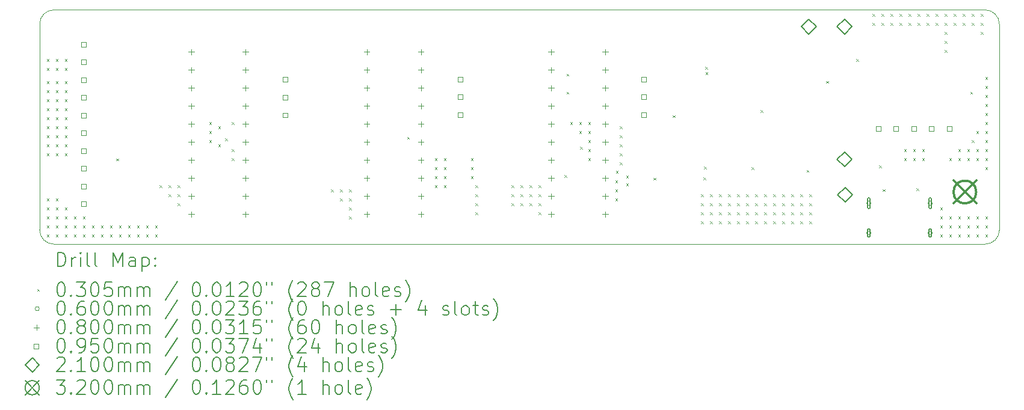
<source format=gbr>
%FSLAX45Y45*%
G04 Gerber Fmt 4.5, Leading zero omitted, Abs format (unit mm)*
G04 Created by KiCad (PCBNEW (6.0.4)) date 2022-04-16 00:06:37*
%MOMM*%
%LPD*%
G01*
G04 APERTURE LIST*
%TA.AperFunction,Profile*%
%ADD10C,0.100000*%
%TD*%
%ADD11C,0.200000*%
%ADD12C,0.030480*%
%ADD13C,0.060000*%
%ADD14C,0.080000*%
%ADD15C,0.095000*%
%ADD16C,0.210000*%
%ADD17C,0.320000*%
G04 APERTURE END LIST*
D10*
X8975000Y-8375000D02*
G75*
G03*
X8775000Y-8575000I0J-200000D01*
G01*
X22080000Y-8375000D02*
X8975000Y-8375000D01*
X22080000Y-11675000D02*
G75*
G03*
X22280000Y-11475000I0J200000D01*
G01*
X8975000Y-11675000D02*
X22080000Y-11675000D01*
X22280000Y-11475000D02*
X22280000Y-8575000D01*
X22280000Y-8575000D02*
G75*
G03*
X22080000Y-8375000I-200000J0D01*
G01*
X8775000Y-11475000D02*
G75*
G03*
X8975000Y-11675000I200000J0D01*
G01*
X8775000Y-8575000D02*
X8775000Y-11475000D01*
D11*
D12*
X8874760Y-9065260D02*
X8905240Y-9095740D01*
X8905240Y-9065260D02*
X8874760Y-9095740D01*
X8874760Y-9192260D02*
X8905240Y-9222740D01*
X8905240Y-9192260D02*
X8874760Y-9222740D01*
X8874760Y-9382760D02*
X8905240Y-9413240D01*
X8905240Y-9382760D02*
X8874760Y-9413240D01*
X8874760Y-9509760D02*
X8905240Y-9540240D01*
X8905240Y-9509760D02*
X8874760Y-9540240D01*
X8874760Y-9636760D02*
X8905240Y-9667240D01*
X8905240Y-9636760D02*
X8874760Y-9667240D01*
X8874760Y-9763760D02*
X8905240Y-9794240D01*
X8905240Y-9763760D02*
X8874760Y-9794240D01*
X8874760Y-9890760D02*
X8905240Y-9921240D01*
X8905240Y-9890760D02*
X8874760Y-9921240D01*
X8874760Y-10017760D02*
X8905240Y-10048240D01*
X8905240Y-10017760D02*
X8874760Y-10048240D01*
X8874760Y-10144760D02*
X8905240Y-10175240D01*
X8905240Y-10144760D02*
X8874760Y-10175240D01*
X8874760Y-10271760D02*
X8905240Y-10302240D01*
X8905240Y-10271760D02*
X8874760Y-10302240D01*
X8874760Y-10398760D02*
X8905240Y-10429240D01*
X8905240Y-10398760D02*
X8874760Y-10429240D01*
X8874760Y-11033760D02*
X8905240Y-11064240D01*
X8905240Y-11033760D02*
X8874760Y-11064240D01*
X8874760Y-11160760D02*
X8905240Y-11191240D01*
X8905240Y-11160760D02*
X8874760Y-11191240D01*
X8874760Y-11287760D02*
X8905240Y-11318240D01*
X8905240Y-11287760D02*
X8874760Y-11318240D01*
X8874760Y-11414760D02*
X8905240Y-11445240D01*
X8905240Y-11414760D02*
X8874760Y-11445240D01*
X8874760Y-11541760D02*
X8905240Y-11572240D01*
X8905240Y-11541760D02*
X8874760Y-11572240D01*
X9001760Y-9065260D02*
X9032240Y-9095740D01*
X9032240Y-9065260D02*
X9001760Y-9095740D01*
X9001760Y-9192260D02*
X9032240Y-9222740D01*
X9032240Y-9192260D02*
X9001760Y-9222740D01*
X9001760Y-9382760D02*
X9032240Y-9413240D01*
X9032240Y-9382760D02*
X9001760Y-9413240D01*
X9001760Y-9509760D02*
X9032240Y-9540240D01*
X9032240Y-9509760D02*
X9001760Y-9540240D01*
X9001760Y-9636760D02*
X9032240Y-9667240D01*
X9032240Y-9636760D02*
X9001760Y-9667240D01*
X9001760Y-9763760D02*
X9032240Y-9794240D01*
X9032240Y-9763760D02*
X9001760Y-9794240D01*
X9001760Y-9890760D02*
X9032240Y-9921240D01*
X9032240Y-9890760D02*
X9001760Y-9921240D01*
X9001760Y-10017760D02*
X9032240Y-10048240D01*
X9032240Y-10017760D02*
X9001760Y-10048240D01*
X9001760Y-10144760D02*
X9032240Y-10175240D01*
X9032240Y-10144760D02*
X9001760Y-10175240D01*
X9001760Y-10271760D02*
X9032240Y-10302240D01*
X9032240Y-10271760D02*
X9001760Y-10302240D01*
X9001760Y-10398760D02*
X9032240Y-10429240D01*
X9032240Y-10398760D02*
X9001760Y-10429240D01*
X9001760Y-11033760D02*
X9032240Y-11064240D01*
X9032240Y-11033760D02*
X9001760Y-11064240D01*
X9001760Y-11160760D02*
X9032240Y-11191240D01*
X9032240Y-11160760D02*
X9001760Y-11191240D01*
X9001760Y-11287760D02*
X9032240Y-11318240D01*
X9032240Y-11287760D02*
X9001760Y-11318240D01*
X9001760Y-11414760D02*
X9032240Y-11445240D01*
X9032240Y-11414760D02*
X9001760Y-11445240D01*
X9001760Y-11541760D02*
X9032240Y-11572240D01*
X9032240Y-11541760D02*
X9001760Y-11572240D01*
X9128760Y-9065260D02*
X9159240Y-9095740D01*
X9159240Y-9065260D02*
X9128760Y-9095740D01*
X9128760Y-9192260D02*
X9159240Y-9222740D01*
X9159240Y-9192260D02*
X9128760Y-9222740D01*
X9128760Y-9382760D02*
X9159240Y-9413240D01*
X9159240Y-9382760D02*
X9128760Y-9413240D01*
X9128760Y-9509760D02*
X9159240Y-9540240D01*
X9159240Y-9509760D02*
X9128760Y-9540240D01*
X9128760Y-9636760D02*
X9159240Y-9667240D01*
X9159240Y-9636760D02*
X9128760Y-9667240D01*
X9128760Y-9763760D02*
X9159240Y-9794240D01*
X9159240Y-9763760D02*
X9128760Y-9794240D01*
X9128760Y-9890760D02*
X9159240Y-9921240D01*
X9159240Y-9890760D02*
X9128760Y-9921240D01*
X9128760Y-10017760D02*
X9159240Y-10048240D01*
X9159240Y-10017760D02*
X9128760Y-10048240D01*
X9128760Y-10144760D02*
X9159240Y-10175240D01*
X9159240Y-10144760D02*
X9128760Y-10175240D01*
X9128760Y-10271760D02*
X9159240Y-10302240D01*
X9159240Y-10271760D02*
X9128760Y-10302240D01*
X9128760Y-10398760D02*
X9159240Y-10429240D01*
X9159240Y-10398760D02*
X9128760Y-10429240D01*
X9128760Y-11160760D02*
X9159240Y-11191240D01*
X9159240Y-11160760D02*
X9128760Y-11191240D01*
X9128760Y-11287760D02*
X9159240Y-11318240D01*
X9159240Y-11287760D02*
X9128760Y-11318240D01*
X9128760Y-11414760D02*
X9159240Y-11445240D01*
X9159240Y-11414760D02*
X9128760Y-11445240D01*
X9128760Y-11541760D02*
X9159240Y-11572240D01*
X9159240Y-11541760D02*
X9128760Y-11572240D01*
X9255760Y-11287760D02*
X9286240Y-11318240D01*
X9286240Y-11287760D02*
X9255760Y-11318240D01*
X9255760Y-11414760D02*
X9286240Y-11445240D01*
X9286240Y-11414760D02*
X9255760Y-11445240D01*
X9255760Y-11541760D02*
X9286240Y-11572240D01*
X9286240Y-11541760D02*
X9255760Y-11572240D01*
X9382760Y-11287760D02*
X9413240Y-11318240D01*
X9413240Y-11287760D02*
X9382760Y-11318240D01*
X9382760Y-11414760D02*
X9413240Y-11445240D01*
X9413240Y-11414760D02*
X9382760Y-11445240D01*
X9382760Y-11541760D02*
X9413240Y-11572240D01*
X9413240Y-11541760D02*
X9382760Y-11572240D01*
X9509760Y-11414760D02*
X9540240Y-11445240D01*
X9540240Y-11414760D02*
X9509760Y-11445240D01*
X9509760Y-11541760D02*
X9540240Y-11572240D01*
X9540240Y-11541760D02*
X9509760Y-11572240D01*
X9636760Y-11414760D02*
X9667240Y-11445240D01*
X9667240Y-11414760D02*
X9636760Y-11445240D01*
X9636760Y-11541760D02*
X9667240Y-11572240D01*
X9667240Y-11541760D02*
X9636760Y-11572240D01*
X9763760Y-11414760D02*
X9794240Y-11445240D01*
X9794240Y-11414760D02*
X9763760Y-11445240D01*
X9763760Y-11541760D02*
X9794240Y-11572240D01*
X9794240Y-11541760D02*
X9763760Y-11572240D01*
X9854760Y-10469760D02*
X9885240Y-10500240D01*
X9885240Y-10469760D02*
X9854760Y-10500240D01*
X9890760Y-11414760D02*
X9921240Y-11445240D01*
X9921240Y-11414760D02*
X9890760Y-11445240D01*
X9890760Y-11541760D02*
X9921240Y-11572240D01*
X9921240Y-11541760D02*
X9890760Y-11572240D01*
X10017760Y-11414760D02*
X10048240Y-11445240D01*
X10048240Y-11414760D02*
X10017760Y-11445240D01*
X10017760Y-11541760D02*
X10048240Y-11572240D01*
X10048240Y-11541760D02*
X10017760Y-11572240D01*
X10144760Y-11414760D02*
X10175240Y-11445240D01*
X10175240Y-11414760D02*
X10144760Y-11445240D01*
X10144760Y-11541760D02*
X10175240Y-11572240D01*
X10175240Y-11541760D02*
X10144760Y-11572240D01*
X10271760Y-11414760D02*
X10302240Y-11445240D01*
X10302240Y-11414760D02*
X10271760Y-11445240D01*
X10271760Y-11541760D02*
X10302240Y-11572240D01*
X10302240Y-11541760D02*
X10271760Y-11572240D01*
X10398760Y-11414760D02*
X10429240Y-11445240D01*
X10429240Y-11414760D02*
X10398760Y-11445240D01*
X10398760Y-11541760D02*
X10429240Y-11572240D01*
X10429240Y-11541760D02*
X10398760Y-11572240D01*
X10462260Y-10843260D02*
X10492740Y-10873740D01*
X10492740Y-10843260D02*
X10462260Y-10873740D01*
X10589260Y-10843260D02*
X10619740Y-10873740D01*
X10619740Y-10843260D02*
X10589260Y-10873740D01*
X10589260Y-10970260D02*
X10619740Y-11000740D01*
X10619740Y-10970260D02*
X10589260Y-11000740D01*
X10716260Y-10843260D02*
X10746740Y-10873740D01*
X10746740Y-10843260D02*
X10716260Y-10873740D01*
X10716260Y-10970260D02*
X10746740Y-11000740D01*
X10746740Y-10970260D02*
X10716260Y-11000740D01*
X10716260Y-11097260D02*
X10746740Y-11127740D01*
X10746740Y-11097260D02*
X10716260Y-11127740D01*
X11160760Y-9954260D02*
X11191240Y-9984740D01*
X11191240Y-9954260D02*
X11160760Y-9984740D01*
X11160760Y-10081260D02*
X11191240Y-10111740D01*
X11191240Y-10081260D02*
X11160760Y-10111740D01*
X11160760Y-10208260D02*
X11191240Y-10238740D01*
X11191240Y-10208260D02*
X11160760Y-10238740D01*
X11287760Y-10017760D02*
X11318240Y-10048240D01*
X11318240Y-10017760D02*
X11287760Y-10048240D01*
X11287760Y-10271760D02*
X11318240Y-10302240D01*
X11318240Y-10271760D02*
X11287760Y-10302240D01*
X11384760Y-10184760D02*
X11415240Y-10215240D01*
X11415240Y-10184760D02*
X11384760Y-10215240D01*
X11478260Y-9954260D02*
X11508740Y-9984740D01*
X11508740Y-9954260D02*
X11478260Y-9984740D01*
X11478260Y-10335260D02*
X11508740Y-10365740D01*
X11508740Y-10335260D02*
X11478260Y-10365740D01*
X11478260Y-10462260D02*
X11508740Y-10492740D01*
X11508740Y-10462260D02*
X11478260Y-10492740D01*
X12875260Y-10906760D02*
X12905740Y-10937240D01*
X12905740Y-10906760D02*
X12875260Y-10937240D01*
X13002260Y-10906760D02*
X13032740Y-10937240D01*
X13032740Y-10906760D02*
X13002260Y-10937240D01*
X13002260Y-11033760D02*
X13032740Y-11064240D01*
X13032740Y-11033760D02*
X13002260Y-11064240D01*
X13129260Y-10906760D02*
X13159740Y-10937240D01*
X13159740Y-10906760D02*
X13129260Y-10937240D01*
X13129260Y-11033760D02*
X13159740Y-11064240D01*
X13159740Y-11033760D02*
X13129260Y-11064240D01*
X13129260Y-11160760D02*
X13159740Y-11191240D01*
X13159740Y-11160760D02*
X13129260Y-11191240D01*
X13129260Y-11287760D02*
X13159740Y-11318240D01*
X13159740Y-11287760D02*
X13129260Y-11318240D01*
X13944760Y-10164760D02*
X13975240Y-10195240D01*
X13975240Y-10164760D02*
X13944760Y-10195240D01*
X14335760Y-10462260D02*
X14366240Y-10492740D01*
X14366240Y-10462260D02*
X14335760Y-10492740D01*
X14335760Y-10589260D02*
X14366240Y-10619740D01*
X14366240Y-10589260D02*
X14335760Y-10619740D01*
X14335760Y-10716260D02*
X14366240Y-10746740D01*
X14366240Y-10716260D02*
X14335760Y-10746740D01*
X14335760Y-10843260D02*
X14366240Y-10873740D01*
X14366240Y-10843260D02*
X14335760Y-10873740D01*
X14462760Y-10462260D02*
X14493240Y-10492740D01*
X14493240Y-10462260D02*
X14462760Y-10492740D01*
X14462760Y-10589260D02*
X14493240Y-10619740D01*
X14493240Y-10589260D02*
X14462760Y-10619740D01*
X14462760Y-10716260D02*
X14493240Y-10746740D01*
X14493240Y-10716260D02*
X14462760Y-10746740D01*
X14462760Y-10843260D02*
X14493240Y-10873740D01*
X14493240Y-10843260D02*
X14462760Y-10873740D01*
X14843760Y-10462260D02*
X14874240Y-10492740D01*
X14874240Y-10462260D02*
X14843760Y-10492740D01*
X14843760Y-10589260D02*
X14874240Y-10619740D01*
X14874240Y-10589260D02*
X14843760Y-10619740D01*
X14843760Y-10716260D02*
X14874240Y-10746740D01*
X14874240Y-10716260D02*
X14843760Y-10746740D01*
X14907260Y-10843260D02*
X14937740Y-10873740D01*
X14937740Y-10843260D02*
X14907260Y-10873740D01*
X14907260Y-10970260D02*
X14937740Y-11000740D01*
X14937740Y-10970260D02*
X14907260Y-11000740D01*
X14907260Y-11097260D02*
X14937740Y-11127740D01*
X14937740Y-11097260D02*
X14907260Y-11127740D01*
X14907260Y-11224260D02*
X14937740Y-11254740D01*
X14937740Y-11224260D02*
X14907260Y-11254740D01*
X15415260Y-10843260D02*
X15445740Y-10873740D01*
X15445740Y-10843260D02*
X15415260Y-10873740D01*
X15415260Y-10970260D02*
X15445740Y-11000740D01*
X15445740Y-10970260D02*
X15415260Y-11000740D01*
X15415260Y-11097260D02*
X15445740Y-11127740D01*
X15445740Y-11097260D02*
X15415260Y-11127740D01*
X15542260Y-10843260D02*
X15572740Y-10873740D01*
X15572740Y-10843260D02*
X15542260Y-10873740D01*
X15542260Y-10970260D02*
X15572740Y-11000740D01*
X15572740Y-10970260D02*
X15542260Y-11000740D01*
X15542260Y-11097260D02*
X15572740Y-11127740D01*
X15572740Y-11097260D02*
X15542260Y-11127740D01*
X15669260Y-10843260D02*
X15699740Y-10873740D01*
X15699740Y-10843260D02*
X15669260Y-10873740D01*
X15669260Y-10970260D02*
X15699740Y-11000740D01*
X15699740Y-10970260D02*
X15669260Y-11000740D01*
X15669260Y-11097260D02*
X15699740Y-11127740D01*
X15699740Y-11097260D02*
X15669260Y-11127740D01*
X15796260Y-10843260D02*
X15826740Y-10873740D01*
X15826740Y-10843260D02*
X15796260Y-10873740D01*
X15796260Y-10970260D02*
X15826740Y-11000740D01*
X15826740Y-10970260D02*
X15796260Y-11000740D01*
X15796260Y-11097260D02*
X15826740Y-11127740D01*
X15826740Y-11097260D02*
X15796260Y-11127740D01*
X15796260Y-11224260D02*
X15826740Y-11254740D01*
X15826740Y-11224260D02*
X15796260Y-11254740D01*
X16159760Y-10699760D02*
X16190240Y-10730240D01*
X16190240Y-10699760D02*
X16159760Y-10730240D01*
X16189760Y-9274760D02*
X16220240Y-9305240D01*
X16220240Y-9274760D02*
X16189760Y-9305240D01*
X16189760Y-9529760D02*
X16220240Y-9560240D01*
X16220240Y-9529760D02*
X16189760Y-9560240D01*
X16240760Y-9954260D02*
X16271240Y-9984740D01*
X16271240Y-9954260D02*
X16240760Y-9984740D01*
X16367760Y-9954260D02*
X16398240Y-9984740D01*
X16398240Y-9954260D02*
X16367760Y-9984740D01*
X16367760Y-10081260D02*
X16398240Y-10111740D01*
X16398240Y-10081260D02*
X16367760Y-10111740D01*
X16379760Y-10304760D02*
X16410240Y-10335240D01*
X16410240Y-10304760D02*
X16379760Y-10335240D01*
X16494760Y-9954260D02*
X16525240Y-9984740D01*
X16525240Y-9954260D02*
X16494760Y-9984740D01*
X16494760Y-10081260D02*
X16525240Y-10111740D01*
X16525240Y-10081260D02*
X16494760Y-10111740D01*
X16494760Y-10208260D02*
X16525240Y-10238740D01*
X16525240Y-10208260D02*
X16494760Y-10238740D01*
X16494760Y-10335260D02*
X16525240Y-10365740D01*
X16525240Y-10335260D02*
X16494760Y-10365740D01*
X16494760Y-10462260D02*
X16525240Y-10492740D01*
X16525240Y-10462260D02*
X16494760Y-10492740D01*
X16875760Y-10779760D02*
X16906240Y-10810240D01*
X16906240Y-10779760D02*
X16875760Y-10810240D01*
X16875760Y-10906760D02*
X16906240Y-10937240D01*
X16906240Y-10906760D02*
X16875760Y-10937240D01*
X16875760Y-11033760D02*
X16906240Y-11064240D01*
X16906240Y-11033760D02*
X16875760Y-11064240D01*
X16885785Y-10642735D02*
X16916265Y-10673215D01*
X16916265Y-10642735D02*
X16885785Y-10673215D01*
X16939260Y-10017760D02*
X16969740Y-10048240D01*
X16969740Y-10017760D02*
X16939260Y-10048240D01*
X16939260Y-10144760D02*
X16969740Y-10175240D01*
X16969740Y-10144760D02*
X16939260Y-10175240D01*
X16939260Y-10271760D02*
X16969740Y-10302240D01*
X16969740Y-10271760D02*
X16939260Y-10302240D01*
X16939260Y-10398760D02*
X16969740Y-10429240D01*
X16969740Y-10398760D02*
X16939260Y-10429240D01*
X16939260Y-10525760D02*
X16969740Y-10556240D01*
X16969740Y-10525760D02*
X16939260Y-10556240D01*
X17027310Y-10818710D02*
X17057790Y-10849190D01*
X17057790Y-10818710D02*
X17027310Y-10849190D01*
X17029760Y-10709760D02*
X17060240Y-10740240D01*
X17060240Y-10709760D02*
X17029760Y-10740240D01*
X17414760Y-10739760D02*
X17445240Y-10770240D01*
X17445240Y-10739760D02*
X17414760Y-10770240D01*
X17684760Y-9859760D02*
X17715240Y-9890240D01*
X17715240Y-9859760D02*
X17684760Y-9890240D01*
X18082260Y-10970260D02*
X18112740Y-11000740D01*
X18112740Y-10970260D02*
X18082260Y-11000740D01*
X18082260Y-11097260D02*
X18112740Y-11127740D01*
X18112740Y-11097260D02*
X18082260Y-11127740D01*
X18082260Y-11224260D02*
X18112740Y-11254740D01*
X18112740Y-11224260D02*
X18082260Y-11254740D01*
X18082260Y-11351260D02*
X18112740Y-11381740D01*
X18112740Y-11351260D02*
X18082260Y-11381740D01*
X18114760Y-10734760D02*
X18145240Y-10765240D01*
X18145240Y-10734760D02*
X18114760Y-10765240D01*
X18124760Y-10584760D02*
X18155240Y-10615240D01*
X18155240Y-10584760D02*
X18124760Y-10615240D01*
X18138991Y-9175530D02*
X18169471Y-9206010D01*
X18169471Y-9175530D02*
X18138991Y-9206010D01*
X18145710Y-9256160D02*
X18176190Y-9286640D01*
X18176190Y-9256160D02*
X18145710Y-9286640D01*
X18209260Y-10970260D02*
X18239740Y-11000740D01*
X18239740Y-10970260D02*
X18209260Y-11000740D01*
X18209260Y-11097260D02*
X18239740Y-11127740D01*
X18239740Y-11097260D02*
X18209260Y-11127740D01*
X18209260Y-11224260D02*
X18239740Y-11254740D01*
X18239740Y-11224260D02*
X18209260Y-11254740D01*
X18209260Y-11351260D02*
X18239740Y-11381740D01*
X18239740Y-11351260D02*
X18209260Y-11381740D01*
X18336260Y-10970260D02*
X18366740Y-11000740D01*
X18366740Y-10970260D02*
X18336260Y-11000740D01*
X18336260Y-11097260D02*
X18366740Y-11127740D01*
X18366740Y-11097260D02*
X18336260Y-11127740D01*
X18336260Y-11224260D02*
X18366740Y-11254740D01*
X18366740Y-11224260D02*
X18336260Y-11254740D01*
X18336260Y-11351260D02*
X18366740Y-11381740D01*
X18366740Y-11351260D02*
X18336260Y-11381740D01*
X18463260Y-10970260D02*
X18493740Y-11000740D01*
X18493740Y-10970260D02*
X18463260Y-11000740D01*
X18463260Y-11097260D02*
X18493740Y-11127740D01*
X18493740Y-11097260D02*
X18463260Y-11127740D01*
X18463260Y-11224260D02*
X18493740Y-11254740D01*
X18493740Y-11224260D02*
X18463260Y-11254740D01*
X18463260Y-11351260D02*
X18493740Y-11381740D01*
X18493740Y-11351260D02*
X18463260Y-11381740D01*
X18590260Y-10970260D02*
X18620740Y-11000740D01*
X18620740Y-10970260D02*
X18590260Y-11000740D01*
X18590260Y-11097260D02*
X18620740Y-11127740D01*
X18620740Y-11097260D02*
X18590260Y-11127740D01*
X18590260Y-11224260D02*
X18620740Y-11254740D01*
X18620740Y-11224260D02*
X18590260Y-11254740D01*
X18590260Y-11351260D02*
X18620740Y-11381740D01*
X18620740Y-11351260D02*
X18590260Y-11381740D01*
X18717260Y-10970260D02*
X18747740Y-11000740D01*
X18747740Y-10970260D02*
X18717260Y-11000740D01*
X18717260Y-11097260D02*
X18747740Y-11127740D01*
X18747740Y-11097260D02*
X18717260Y-11127740D01*
X18717260Y-11224260D02*
X18747740Y-11254740D01*
X18747740Y-11224260D02*
X18717260Y-11254740D01*
X18717260Y-11351260D02*
X18747740Y-11381740D01*
X18747740Y-11351260D02*
X18717260Y-11381740D01*
X18794760Y-10589760D02*
X18825240Y-10620240D01*
X18825240Y-10589760D02*
X18794760Y-10620240D01*
X18844260Y-10970260D02*
X18874740Y-11000740D01*
X18874740Y-10970260D02*
X18844260Y-11000740D01*
X18844260Y-11097260D02*
X18874740Y-11127740D01*
X18874740Y-11097260D02*
X18844260Y-11127740D01*
X18844260Y-11224260D02*
X18874740Y-11254740D01*
X18874740Y-11224260D02*
X18844260Y-11254740D01*
X18844260Y-11351260D02*
X18874740Y-11381740D01*
X18874740Y-11351260D02*
X18844260Y-11381740D01*
X18919760Y-9784760D02*
X18950240Y-9815240D01*
X18950240Y-9784760D02*
X18919760Y-9815240D01*
X18971260Y-10970260D02*
X19001740Y-11000740D01*
X19001740Y-10970260D02*
X18971260Y-11000740D01*
X18971260Y-11097260D02*
X19001740Y-11127740D01*
X19001740Y-11097260D02*
X18971260Y-11127740D01*
X18971260Y-11224260D02*
X19001740Y-11254740D01*
X19001740Y-11224260D02*
X18971260Y-11254740D01*
X18971260Y-11351260D02*
X19001740Y-11381740D01*
X19001740Y-11351260D02*
X18971260Y-11381740D01*
X19098260Y-10970260D02*
X19128740Y-11000740D01*
X19128740Y-10970260D02*
X19098260Y-11000740D01*
X19098260Y-11097260D02*
X19128740Y-11127740D01*
X19128740Y-11097260D02*
X19098260Y-11127740D01*
X19098260Y-11224260D02*
X19128740Y-11254740D01*
X19128740Y-11224260D02*
X19098260Y-11254740D01*
X19098260Y-11351260D02*
X19128740Y-11381740D01*
X19128740Y-11351260D02*
X19098260Y-11381740D01*
X19225260Y-10970260D02*
X19255740Y-11000740D01*
X19255740Y-10970260D02*
X19225260Y-11000740D01*
X19225260Y-11097260D02*
X19255740Y-11127740D01*
X19255740Y-11097260D02*
X19225260Y-11127740D01*
X19225260Y-11224260D02*
X19255740Y-11254740D01*
X19255740Y-11224260D02*
X19225260Y-11254740D01*
X19225260Y-11351260D02*
X19255740Y-11381740D01*
X19255740Y-11351260D02*
X19225260Y-11381740D01*
X19352260Y-10970260D02*
X19382740Y-11000740D01*
X19382740Y-10970260D02*
X19352260Y-11000740D01*
X19352260Y-11097260D02*
X19382740Y-11127740D01*
X19382740Y-11097260D02*
X19352260Y-11127740D01*
X19352260Y-11097260D02*
X19382740Y-11127740D01*
X19382740Y-11097260D02*
X19352260Y-11127740D01*
X19352260Y-11224260D02*
X19382740Y-11254740D01*
X19382740Y-11224260D02*
X19352260Y-11254740D01*
X19352260Y-11351260D02*
X19382740Y-11381740D01*
X19382740Y-11351260D02*
X19352260Y-11381740D01*
X19479260Y-10970260D02*
X19509740Y-11000740D01*
X19509740Y-10970260D02*
X19479260Y-11000740D01*
X19479260Y-11097260D02*
X19509740Y-11127740D01*
X19509740Y-11097260D02*
X19479260Y-11127740D01*
X19479260Y-11224260D02*
X19509740Y-11254740D01*
X19509740Y-11224260D02*
X19479260Y-11254740D01*
X19479260Y-11351260D02*
X19509740Y-11381740D01*
X19509740Y-11351260D02*
X19479260Y-11381740D01*
X19569760Y-10629760D02*
X19600240Y-10660240D01*
X19600240Y-10629760D02*
X19569760Y-10660240D01*
X19606260Y-10970260D02*
X19636740Y-11000740D01*
X19636740Y-10970260D02*
X19606260Y-11000740D01*
X19606260Y-11097260D02*
X19636740Y-11127740D01*
X19636740Y-11097260D02*
X19606260Y-11127740D01*
X19606260Y-11224260D02*
X19636740Y-11254740D01*
X19636740Y-11224260D02*
X19606260Y-11254740D01*
X19606260Y-11351260D02*
X19636740Y-11381740D01*
X19636740Y-11351260D02*
X19606260Y-11381740D01*
X19842462Y-9375121D02*
X19872942Y-9405601D01*
X19872942Y-9375121D02*
X19842462Y-9405601D01*
X20264760Y-9069760D02*
X20295240Y-9100240D01*
X20295240Y-9069760D02*
X20264760Y-9100240D01*
X20495260Y-8430260D02*
X20525740Y-8460740D01*
X20525740Y-8430260D02*
X20495260Y-8460740D01*
X20495260Y-8557260D02*
X20525740Y-8587740D01*
X20525740Y-8557260D02*
X20495260Y-8587740D01*
X20589760Y-10564760D02*
X20620240Y-10595240D01*
X20620240Y-10564760D02*
X20589760Y-10595240D01*
X20622260Y-8430260D02*
X20652740Y-8460740D01*
X20652740Y-8430260D02*
X20622260Y-8460740D01*
X20622260Y-8557260D02*
X20652740Y-8587740D01*
X20652740Y-8557260D02*
X20622260Y-8587740D01*
X20639760Y-10899760D02*
X20670240Y-10930240D01*
X20670240Y-10899760D02*
X20639760Y-10930240D01*
X20749260Y-8430260D02*
X20779740Y-8460740D01*
X20779740Y-8430260D02*
X20749260Y-8460740D01*
X20749260Y-8557260D02*
X20779740Y-8587740D01*
X20779740Y-8557260D02*
X20749260Y-8587740D01*
X20876260Y-8430260D02*
X20906740Y-8460740D01*
X20906740Y-8430260D02*
X20876260Y-8460740D01*
X20876260Y-8557260D02*
X20906740Y-8587740D01*
X20906740Y-8557260D02*
X20876260Y-8587740D01*
X20939760Y-10335260D02*
X20970240Y-10365740D01*
X20970240Y-10335260D02*
X20939760Y-10365740D01*
X20939760Y-10462260D02*
X20970240Y-10492740D01*
X20970240Y-10462260D02*
X20939760Y-10492740D01*
X21003260Y-8430260D02*
X21033740Y-8460740D01*
X21033740Y-8430260D02*
X21003260Y-8460740D01*
X21003260Y-8557260D02*
X21033740Y-8587740D01*
X21033740Y-8557260D02*
X21003260Y-8587740D01*
X21066760Y-10335260D02*
X21097240Y-10365740D01*
X21097240Y-10335260D02*
X21066760Y-10365740D01*
X21066760Y-10462260D02*
X21097240Y-10492740D01*
X21097240Y-10462260D02*
X21066760Y-10492740D01*
X21114760Y-10889760D02*
X21145240Y-10920240D01*
X21145240Y-10889760D02*
X21114760Y-10920240D01*
X21130260Y-8430260D02*
X21160740Y-8460740D01*
X21160740Y-8430260D02*
X21130260Y-8460740D01*
X21130260Y-8557260D02*
X21160740Y-8587740D01*
X21160740Y-8557260D02*
X21130260Y-8587740D01*
X21193760Y-10335260D02*
X21224240Y-10365740D01*
X21224240Y-10335260D02*
X21193760Y-10365740D01*
X21193760Y-10462260D02*
X21224240Y-10492740D01*
X21224240Y-10462260D02*
X21193760Y-10492740D01*
X21257260Y-8430260D02*
X21287740Y-8460740D01*
X21287740Y-8430260D02*
X21257260Y-8460740D01*
X21257260Y-8557260D02*
X21287740Y-8587740D01*
X21287740Y-8557260D02*
X21257260Y-8587740D01*
X21384260Y-8430260D02*
X21414740Y-8460740D01*
X21414740Y-8430260D02*
X21384260Y-8460740D01*
X21384260Y-8557260D02*
X21414740Y-8587740D01*
X21414740Y-8557260D02*
X21384260Y-8587740D01*
X21447760Y-11160760D02*
X21478240Y-11191240D01*
X21478240Y-11160760D02*
X21447760Y-11191240D01*
X21447760Y-11287760D02*
X21478240Y-11318240D01*
X21478240Y-11287760D02*
X21447760Y-11318240D01*
X21447760Y-11414760D02*
X21478240Y-11445240D01*
X21478240Y-11414760D02*
X21447760Y-11445240D01*
X21447760Y-11541760D02*
X21478240Y-11572240D01*
X21478240Y-11541760D02*
X21447760Y-11572240D01*
X21511260Y-8430260D02*
X21541740Y-8460740D01*
X21541740Y-8430260D02*
X21511260Y-8460740D01*
X21511260Y-8557260D02*
X21541740Y-8587740D01*
X21541740Y-8557260D02*
X21511260Y-8587740D01*
X21511260Y-8684260D02*
X21541740Y-8714740D01*
X21541740Y-8684260D02*
X21511260Y-8714740D01*
X21511260Y-8811260D02*
X21541740Y-8841740D01*
X21541740Y-8811260D02*
X21511260Y-8841740D01*
X21511260Y-8938260D02*
X21541740Y-8968740D01*
X21541740Y-8938260D02*
X21511260Y-8968740D01*
X21574760Y-10462260D02*
X21605240Y-10492740D01*
X21605240Y-10462260D02*
X21574760Y-10492740D01*
X21574760Y-11287760D02*
X21605240Y-11318240D01*
X21605240Y-11287760D02*
X21574760Y-11318240D01*
X21574760Y-11414760D02*
X21605240Y-11445240D01*
X21605240Y-11414760D02*
X21574760Y-11445240D01*
X21574760Y-11541760D02*
X21605240Y-11572240D01*
X21605240Y-11541760D02*
X21574760Y-11572240D01*
X21638260Y-8430260D02*
X21668740Y-8460740D01*
X21668740Y-8430260D02*
X21638260Y-8460740D01*
X21638260Y-8557260D02*
X21668740Y-8587740D01*
X21668740Y-8557260D02*
X21638260Y-8587740D01*
X21701760Y-10335260D02*
X21732240Y-10365740D01*
X21732240Y-10335260D02*
X21701760Y-10365740D01*
X21701760Y-10462260D02*
X21732240Y-10492740D01*
X21732240Y-10462260D02*
X21701760Y-10492740D01*
X21701760Y-11287760D02*
X21732240Y-11318240D01*
X21732240Y-11287760D02*
X21701760Y-11318240D01*
X21701760Y-11414760D02*
X21732240Y-11445240D01*
X21732240Y-11414760D02*
X21701760Y-11445240D01*
X21701760Y-11541760D02*
X21732240Y-11572240D01*
X21732240Y-11541760D02*
X21701760Y-11572240D01*
X21765260Y-8430260D02*
X21795740Y-8460740D01*
X21795740Y-8430260D02*
X21765260Y-8460740D01*
X21765260Y-8557260D02*
X21795740Y-8587740D01*
X21795740Y-8557260D02*
X21765260Y-8587740D01*
X21828760Y-10335260D02*
X21859240Y-10365740D01*
X21859240Y-10335260D02*
X21828760Y-10365740D01*
X21828760Y-10462260D02*
X21859240Y-10492740D01*
X21859240Y-10462260D02*
X21828760Y-10492740D01*
X21828760Y-11287760D02*
X21859240Y-11318240D01*
X21859240Y-11287760D02*
X21828760Y-11318240D01*
X21828760Y-11414760D02*
X21859240Y-11445240D01*
X21859240Y-11414760D02*
X21828760Y-11445240D01*
X21828760Y-11541760D02*
X21859240Y-11572240D01*
X21859240Y-11541760D02*
X21828760Y-11572240D01*
X21869760Y-9529760D02*
X21900240Y-9560240D01*
X21900240Y-9529760D02*
X21869760Y-9560240D01*
X21892260Y-8430260D02*
X21922740Y-8460740D01*
X21922740Y-8430260D02*
X21892260Y-8460740D01*
X21892260Y-8557260D02*
X21922740Y-8587740D01*
X21922740Y-8557260D02*
X21892260Y-8587740D01*
X21892260Y-10208260D02*
X21922740Y-10238740D01*
X21922740Y-10208260D02*
X21892260Y-10238740D01*
X21955760Y-10081260D02*
X21986240Y-10111740D01*
X21986240Y-10081260D02*
X21955760Y-10111740D01*
X21955760Y-10335260D02*
X21986240Y-10365740D01*
X21986240Y-10335260D02*
X21955760Y-10365740D01*
X21955760Y-10462260D02*
X21986240Y-10492740D01*
X21986240Y-10462260D02*
X21955760Y-10492740D01*
X21955760Y-11287760D02*
X21986240Y-11318240D01*
X21986240Y-11287760D02*
X21955760Y-11318240D01*
X21955760Y-11414760D02*
X21986240Y-11445240D01*
X21986240Y-11414760D02*
X21955760Y-11445240D01*
X21955760Y-11541760D02*
X21986240Y-11572240D01*
X21986240Y-11541760D02*
X21955760Y-11572240D01*
X22019260Y-8430260D02*
X22049740Y-8460740D01*
X22049740Y-8430260D02*
X22019260Y-8460740D01*
X22019260Y-8557260D02*
X22049740Y-8587740D01*
X22049740Y-8557260D02*
X22019260Y-8587740D01*
X22019260Y-8684260D02*
X22049740Y-8714740D01*
X22049740Y-8684260D02*
X22019260Y-8714740D01*
X22082760Y-9319260D02*
X22113240Y-9349740D01*
X22113240Y-9319260D02*
X22082760Y-9349740D01*
X22082760Y-9446260D02*
X22113240Y-9476740D01*
X22113240Y-9446260D02*
X22082760Y-9476740D01*
X22082760Y-9573260D02*
X22113240Y-9603740D01*
X22113240Y-9573260D02*
X22082760Y-9603740D01*
X22082760Y-9700260D02*
X22113240Y-9730740D01*
X22113240Y-9700260D02*
X22082760Y-9730740D01*
X22082760Y-9827260D02*
X22113240Y-9857740D01*
X22113240Y-9827260D02*
X22082760Y-9857740D01*
X22082760Y-9954260D02*
X22113240Y-9984740D01*
X22113240Y-9954260D02*
X22082760Y-9984740D01*
X22082760Y-10081260D02*
X22113240Y-10111740D01*
X22113240Y-10081260D02*
X22082760Y-10111740D01*
X22082760Y-10208260D02*
X22113240Y-10238740D01*
X22113240Y-10208260D02*
X22082760Y-10238740D01*
X22082760Y-10335260D02*
X22113240Y-10365740D01*
X22113240Y-10335260D02*
X22082760Y-10365740D01*
X22082760Y-10462260D02*
X22113240Y-10492740D01*
X22113240Y-10462260D02*
X22082760Y-10492740D01*
X22082760Y-10589260D02*
X22113240Y-10619740D01*
X22113240Y-10589260D02*
X22082760Y-10619740D01*
X22082760Y-11287760D02*
X22113240Y-11318240D01*
X22113240Y-11287760D02*
X22082760Y-11318240D01*
X22082760Y-11414760D02*
X22113240Y-11445240D01*
X22113240Y-11414760D02*
X22082760Y-11445240D01*
X22082760Y-11541760D02*
X22113240Y-11572240D01*
X22113240Y-11541760D02*
X22082760Y-11572240D01*
D13*
X20473000Y-11098519D02*
G75*
G03*
X20473000Y-11098519I-30000J0D01*
G01*
D11*
X20423000Y-11043519D02*
X20423000Y-11153519D01*
X20463000Y-11043519D02*
X20463000Y-11153519D01*
X20423000Y-11153519D02*
G75*
G03*
X20463000Y-11153519I20000J0D01*
G01*
X20463000Y-11043519D02*
G75*
G03*
X20423000Y-11043519I-20000J0D01*
G01*
D13*
X20473000Y-11516519D02*
G75*
G03*
X20473000Y-11516519I-30000J0D01*
G01*
D11*
X20423000Y-11476519D02*
X20423000Y-11556519D01*
X20463000Y-11476519D02*
X20463000Y-11556519D01*
X20423000Y-11556519D02*
G75*
G03*
X20463000Y-11556519I20000J0D01*
G01*
X20463000Y-11476519D02*
G75*
G03*
X20423000Y-11476519I-20000J0D01*
G01*
D13*
X21337000Y-11098519D02*
G75*
G03*
X21337000Y-11098519I-30000J0D01*
G01*
D11*
X21287000Y-11043519D02*
X21287000Y-11153519D01*
X21327000Y-11043519D02*
X21327000Y-11153519D01*
X21287000Y-11153519D02*
G75*
G03*
X21327000Y-11153519I20000J0D01*
G01*
X21327000Y-11043519D02*
G75*
G03*
X21287000Y-11043519I-20000J0D01*
G01*
D13*
X21337000Y-11516519D02*
G75*
G03*
X21337000Y-11516519I-30000J0D01*
G01*
D11*
X21287000Y-11476519D02*
X21287000Y-11556519D01*
X21327000Y-11476519D02*
X21327000Y-11556519D01*
X21287000Y-11556519D02*
G75*
G03*
X21327000Y-11556519I20000J0D01*
G01*
X21327000Y-11476519D02*
G75*
G03*
X21287000Y-11476519I-20000J0D01*
G01*
D14*
X10910000Y-8927500D02*
X10910000Y-9007500D01*
X10870000Y-8967500D02*
X10950000Y-8967500D01*
X10910000Y-9181500D02*
X10910000Y-9261500D01*
X10870000Y-9221500D02*
X10950000Y-9221500D01*
X10910000Y-9435500D02*
X10910000Y-9515500D01*
X10870000Y-9475500D02*
X10950000Y-9475500D01*
X10910000Y-9689500D02*
X10910000Y-9769500D01*
X10870000Y-9729500D02*
X10950000Y-9729500D01*
X10910000Y-9943500D02*
X10910000Y-10023500D01*
X10870000Y-9983500D02*
X10950000Y-9983500D01*
X10910000Y-10197500D02*
X10910000Y-10277500D01*
X10870000Y-10237500D02*
X10950000Y-10237500D01*
X10910000Y-10451500D02*
X10910000Y-10531500D01*
X10870000Y-10491500D02*
X10950000Y-10491500D01*
X10910000Y-10705500D02*
X10910000Y-10785500D01*
X10870000Y-10745500D02*
X10950000Y-10745500D01*
X10910000Y-10959500D02*
X10910000Y-11039500D01*
X10870000Y-10999500D02*
X10950000Y-10999500D01*
X10910000Y-11213500D02*
X10910000Y-11293500D01*
X10870000Y-11253500D02*
X10950000Y-11253500D01*
X11672000Y-8927500D02*
X11672000Y-9007500D01*
X11632000Y-8967500D02*
X11712000Y-8967500D01*
X11672000Y-9181500D02*
X11672000Y-9261500D01*
X11632000Y-9221500D02*
X11712000Y-9221500D01*
X11672000Y-9435500D02*
X11672000Y-9515500D01*
X11632000Y-9475500D02*
X11712000Y-9475500D01*
X11672000Y-9689500D02*
X11672000Y-9769500D01*
X11632000Y-9729500D02*
X11712000Y-9729500D01*
X11672000Y-9943500D02*
X11672000Y-10023500D01*
X11632000Y-9983500D02*
X11712000Y-9983500D01*
X11672000Y-10197500D02*
X11672000Y-10277500D01*
X11632000Y-10237500D02*
X11712000Y-10237500D01*
X11672000Y-10451500D02*
X11672000Y-10531500D01*
X11632000Y-10491500D02*
X11712000Y-10491500D01*
X11672000Y-10705500D02*
X11672000Y-10785500D01*
X11632000Y-10745500D02*
X11712000Y-10745500D01*
X11672000Y-10959500D02*
X11672000Y-11039500D01*
X11632000Y-10999500D02*
X11712000Y-10999500D01*
X11672000Y-11213500D02*
X11672000Y-11293500D01*
X11632000Y-11253500D02*
X11712000Y-11253500D01*
X13378000Y-8927500D02*
X13378000Y-9007500D01*
X13338000Y-8967500D02*
X13418000Y-8967500D01*
X13378000Y-9181500D02*
X13378000Y-9261500D01*
X13338000Y-9221500D02*
X13418000Y-9221500D01*
X13378000Y-9435500D02*
X13378000Y-9515500D01*
X13338000Y-9475500D02*
X13418000Y-9475500D01*
X13378000Y-9689500D02*
X13378000Y-9769500D01*
X13338000Y-9729500D02*
X13418000Y-9729500D01*
X13378000Y-9943500D02*
X13378000Y-10023500D01*
X13338000Y-9983500D02*
X13418000Y-9983500D01*
X13378000Y-10197500D02*
X13378000Y-10277500D01*
X13338000Y-10237500D02*
X13418000Y-10237500D01*
X13378000Y-10451500D02*
X13378000Y-10531500D01*
X13338000Y-10491500D02*
X13418000Y-10491500D01*
X13378000Y-10705500D02*
X13378000Y-10785500D01*
X13338000Y-10745500D02*
X13418000Y-10745500D01*
X13378000Y-10959500D02*
X13378000Y-11039500D01*
X13338000Y-10999500D02*
X13418000Y-10999500D01*
X13378000Y-11213500D02*
X13378000Y-11293500D01*
X13338000Y-11253500D02*
X13418000Y-11253500D01*
X14140000Y-8927500D02*
X14140000Y-9007500D01*
X14100000Y-8967500D02*
X14180000Y-8967500D01*
X14140000Y-9181500D02*
X14140000Y-9261500D01*
X14100000Y-9221500D02*
X14180000Y-9221500D01*
X14140000Y-9435500D02*
X14140000Y-9515500D01*
X14100000Y-9475500D02*
X14180000Y-9475500D01*
X14140000Y-9689500D02*
X14140000Y-9769500D01*
X14100000Y-9729500D02*
X14180000Y-9729500D01*
X14140000Y-9943500D02*
X14140000Y-10023500D01*
X14100000Y-9983500D02*
X14180000Y-9983500D01*
X14140000Y-10197500D02*
X14140000Y-10277500D01*
X14100000Y-10237500D02*
X14180000Y-10237500D01*
X14140000Y-10451500D02*
X14140000Y-10531500D01*
X14100000Y-10491500D02*
X14180000Y-10491500D01*
X14140000Y-10705500D02*
X14140000Y-10785500D01*
X14100000Y-10745500D02*
X14180000Y-10745500D01*
X14140000Y-10959500D02*
X14140000Y-11039500D01*
X14100000Y-10999500D02*
X14180000Y-10999500D01*
X14140000Y-11213500D02*
X14140000Y-11293500D01*
X14100000Y-11253500D02*
X14180000Y-11253500D01*
X15972550Y-8927500D02*
X15972550Y-9007500D01*
X15932550Y-8967500D02*
X16012550Y-8967500D01*
X15972550Y-9181500D02*
X15972550Y-9261500D01*
X15932550Y-9221500D02*
X16012550Y-9221500D01*
X15972550Y-9435500D02*
X15972550Y-9515500D01*
X15932550Y-9475500D02*
X16012550Y-9475500D01*
X15972550Y-9689500D02*
X15972550Y-9769500D01*
X15932550Y-9729500D02*
X16012550Y-9729500D01*
X15972550Y-9943500D02*
X15972550Y-10023500D01*
X15932550Y-9983500D02*
X16012550Y-9983500D01*
X15972550Y-10197500D02*
X15972550Y-10277500D01*
X15932550Y-10237500D02*
X16012550Y-10237500D01*
X15972550Y-10451500D02*
X15972550Y-10531500D01*
X15932550Y-10491500D02*
X16012550Y-10491500D01*
X15972550Y-10705500D02*
X15972550Y-10785500D01*
X15932550Y-10745500D02*
X16012550Y-10745500D01*
X15972550Y-10959500D02*
X15972550Y-11039500D01*
X15932550Y-10999500D02*
X16012550Y-10999500D01*
X15972550Y-11213500D02*
X15972550Y-11293500D01*
X15932550Y-11253500D02*
X16012550Y-11253500D01*
X16734550Y-8927500D02*
X16734550Y-9007500D01*
X16694550Y-8967500D02*
X16774550Y-8967500D01*
X16734550Y-9181500D02*
X16734550Y-9261500D01*
X16694550Y-9221500D02*
X16774550Y-9221500D01*
X16734550Y-9435500D02*
X16734550Y-9515500D01*
X16694550Y-9475500D02*
X16774550Y-9475500D01*
X16734550Y-9689500D02*
X16734550Y-9769500D01*
X16694550Y-9729500D02*
X16774550Y-9729500D01*
X16734550Y-9943500D02*
X16734550Y-10023500D01*
X16694550Y-9983500D02*
X16774550Y-9983500D01*
X16734550Y-10197500D02*
X16734550Y-10277500D01*
X16694550Y-10237500D02*
X16774550Y-10237500D01*
X16734550Y-10451500D02*
X16734550Y-10531500D01*
X16694550Y-10491500D02*
X16774550Y-10491500D01*
X16734550Y-10705500D02*
X16734550Y-10785500D01*
X16694550Y-10745500D02*
X16774550Y-10745500D01*
X16734550Y-10959500D02*
X16734550Y-11039500D01*
X16694550Y-10999500D02*
X16774550Y-10999500D01*
X16734550Y-11213500D02*
X16734550Y-11293500D01*
X16694550Y-11253500D02*
X16774550Y-11253500D01*
D15*
X9423588Y-8893588D02*
X9423588Y-8826412D01*
X9356412Y-8826412D01*
X9356412Y-8893588D01*
X9423588Y-8893588D01*
X9423588Y-9143588D02*
X9423588Y-9076412D01*
X9356412Y-9076412D01*
X9356412Y-9143588D01*
X9423588Y-9143588D01*
X9423588Y-9393588D02*
X9423588Y-9326412D01*
X9356412Y-9326412D01*
X9356412Y-9393588D01*
X9423588Y-9393588D01*
X9423588Y-9643588D02*
X9423588Y-9576412D01*
X9356412Y-9576412D01*
X9356412Y-9643588D01*
X9423588Y-9643588D01*
X9423588Y-9893588D02*
X9423588Y-9826412D01*
X9356412Y-9826412D01*
X9356412Y-9893588D01*
X9423588Y-9893588D01*
X9423588Y-10143588D02*
X9423588Y-10076412D01*
X9356412Y-10076412D01*
X9356412Y-10143588D01*
X9423588Y-10143588D01*
X9423588Y-10393588D02*
X9423588Y-10326412D01*
X9356412Y-10326412D01*
X9356412Y-10393588D01*
X9423588Y-10393588D01*
X9423588Y-10643588D02*
X9423588Y-10576412D01*
X9356412Y-10576412D01*
X9356412Y-10643588D01*
X9423588Y-10643588D01*
X9423588Y-10893588D02*
X9423588Y-10826412D01*
X9356412Y-10826412D01*
X9356412Y-10893588D01*
X9423588Y-10893588D01*
X9423588Y-11143588D02*
X9423588Y-11076412D01*
X9356412Y-11076412D01*
X9356412Y-11143588D01*
X9423588Y-11143588D01*
X12263588Y-9391088D02*
X12263588Y-9323912D01*
X12196412Y-9323912D01*
X12196412Y-9391088D01*
X12263588Y-9391088D01*
X12263588Y-9641088D02*
X12263588Y-9573912D01*
X12196412Y-9573912D01*
X12196412Y-9641088D01*
X12263588Y-9641088D01*
X12263588Y-9891088D02*
X12263588Y-9823912D01*
X12196412Y-9823912D01*
X12196412Y-9891088D01*
X12263588Y-9891088D01*
X14723588Y-9383588D02*
X14723588Y-9316412D01*
X14656412Y-9316412D01*
X14656412Y-9383588D01*
X14723588Y-9383588D01*
X14723588Y-9633588D02*
X14723588Y-9566412D01*
X14656412Y-9566412D01*
X14656412Y-9633588D01*
X14723588Y-9633588D01*
X14723588Y-9883588D02*
X14723588Y-9816412D01*
X14656412Y-9816412D01*
X14656412Y-9883588D01*
X14723588Y-9883588D01*
X17313588Y-9383588D02*
X17313588Y-9316412D01*
X17246412Y-9316412D01*
X17246412Y-9383588D01*
X17313588Y-9383588D01*
X17313588Y-9633588D02*
X17313588Y-9566412D01*
X17246412Y-9566412D01*
X17246412Y-9633588D01*
X17313588Y-9633588D01*
X17313588Y-9883588D02*
X17313588Y-9816412D01*
X17246412Y-9816412D01*
X17246412Y-9883588D01*
X17313588Y-9883588D01*
X20608588Y-10083588D02*
X20608588Y-10016412D01*
X20541412Y-10016412D01*
X20541412Y-10083588D01*
X20608588Y-10083588D01*
X20858588Y-10083588D02*
X20858588Y-10016412D01*
X20791412Y-10016412D01*
X20791412Y-10083588D01*
X20858588Y-10083588D01*
X21108588Y-10083588D02*
X21108588Y-10016412D01*
X21041412Y-10016412D01*
X21041412Y-10083588D01*
X21108588Y-10083588D01*
X21358588Y-10083588D02*
X21358588Y-10016412D01*
X21291412Y-10016412D01*
X21291412Y-10083588D01*
X21358588Y-10083588D01*
X21608588Y-10083588D02*
X21608588Y-10016412D01*
X21541412Y-10016412D01*
X21541412Y-10083588D01*
X21608588Y-10083588D01*
D16*
X19600000Y-8715000D02*
X19705000Y-8610000D01*
X19600000Y-8505000D01*
X19495000Y-8610000D01*
X19600000Y-8715000D01*
X20100000Y-8715000D02*
X20205000Y-8610000D01*
X20100000Y-8505000D01*
X19995000Y-8610000D01*
X20100000Y-8715000D01*
X20100000Y-10585000D02*
X20205000Y-10480000D01*
X20100000Y-10375000D01*
X19995000Y-10480000D01*
X20100000Y-10585000D01*
X20110000Y-11085000D02*
X20215000Y-10980000D01*
X20110000Y-10875000D01*
X20005000Y-10980000D01*
X20110000Y-11085000D01*
D17*
X21635000Y-10780000D02*
X21955000Y-11100000D01*
X21955000Y-10780000D02*
X21635000Y-11100000D01*
X21955000Y-10940000D02*
G75*
G03*
X21955000Y-10940000I-160000J0D01*
G01*
D11*
X9027619Y-11990476D02*
X9027619Y-11790476D01*
X9075238Y-11790476D01*
X9103810Y-11800000D01*
X9122857Y-11819048D01*
X9132381Y-11838095D01*
X9141905Y-11876190D01*
X9141905Y-11904762D01*
X9132381Y-11942857D01*
X9122857Y-11961905D01*
X9103810Y-11980952D01*
X9075238Y-11990476D01*
X9027619Y-11990476D01*
X9227619Y-11990476D02*
X9227619Y-11857143D01*
X9227619Y-11895238D02*
X9237143Y-11876190D01*
X9246667Y-11866667D01*
X9265714Y-11857143D01*
X9284762Y-11857143D01*
X9351429Y-11990476D02*
X9351429Y-11857143D01*
X9351429Y-11790476D02*
X9341905Y-11800000D01*
X9351429Y-11809524D01*
X9360952Y-11800000D01*
X9351429Y-11790476D01*
X9351429Y-11809524D01*
X9475238Y-11990476D02*
X9456190Y-11980952D01*
X9446667Y-11961905D01*
X9446667Y-11790476D01*
X9580000Y-11990476D02*
X9560952Y-11980952D01*
X9551429Y-11961905D01*
X9551429Y-11790476D01*
X9808571Y-11990476D02*
X9808571Y-11790476D01*
X9875238Y-11933333D01*
X9941905Y-11790476D01*
X9941905Y-11990476D01*
X10122857Y-11990476D02*
X10122857Y-11885714D01*
X10113333Y-11866667D01*
X10094286Y-11857143D01*
X10056190Y-11857143D01*
X10037143Y-11866667D01*
X10122857Y-11980952D02*
X10103810Y-11990476D01*
X10056190Y-11990476D01*
X10037143Y-11980952D01*
X10027619Y-11961905D01*
X10027619Y-11942857D01*
X10037143Y-11923809D01*
X10056190Y-11914286D01*
X10103810Y-11914286D01*
X10122857Y-11904762D01*
X10218095Y-11857143D02*
X10218095Y-12057143D01*
X10218095Y-11866667D02*
X10237143Y-11857143D01*
X10275238Y-11857143D01*
X10294286Y-11866667D01*
X10303810Y-11876190D01*
X10313333Y-11895238D01*
X10313333Y-11952381D01*
X10303810Y-11971428D01*
X10294286Y-11980952D01*
X10275238Y-11990476D01*
X10237143Y-11990476D01*
X10218095Y-11980952D01*
X10399048Y-11971428D02*
X10408571Y-11980952D01*
X10399048Y-11990476D01*
X10389524Y-11980952D01*
X10399048Y-11971428D01*
X10399048Y-11990476D01*
X10399048Y-11866667D02*
X10408571Y-11876190D01*
X10399048Y-11885714D01*
X10389524Y-11876190D01*
X10399048Y-11866667D01*
X10399048Y-11885714D01*
D12*
X8739520Y-12304760D02*
X8770000Y-12335240D01*
X8770000Y-12304760D02*
X8739520Y-12335240D01*
D11*
X9065714Y-12210476D02*
X9084762Y-12210476D01*
X9103810Y-12220000D01*
X9113333Y-12229524D01*
X9122857Y-12248571D01*
X9132381Y-12286667D01*
X9132381Y-12334286D01*
X9122857Y-12372381D01*
X9113333Y-12391428D01*
X9103810Y-12400952D01*
X9084762Y-12410476D01*
X9065714Y-12410476D01*
X9046667Y-12400952D01*
X9037143Y-12391428D01*
X9027619Y-12372381D01*
X9018095Y-12334286D01*
X9018095Y-12286667D01*
X9027619Y-12248571D01*
X9037143Y-12229524D01*
X9046667Y-12220000D01*
X9065714Y-12210476D01*
X9218095Y-12391428D02*
X9227619Y-12400952D01*
X9218095Y-12410476D01*
X9208571Y-12400952D01*
X9218095Y-12391428D01*
X9218095Y-12410476D01*
X9294286Y-12210476D02*
X9418095Y-12210476D01*
X9351429Y-12286667D01*
X9380000Y-12286667D01*
X9399048Y-12296190D01*
X9408571Y-12305714D01*
X9418095Y-12324762D01*
X9418095Y-12372381D01*
X9408571Y-12391428D01*
X9399048Y-12400952D01*
X9380000Y-12410476D01*
X9322857Y-12410476D01*
X9303810Y-12400952D01*
X9294286Y-12391428D01*
X9541905Y-12210476D02*
X9560952Y-12210476D01*
X9580000Y-12220000D01*
X9589524Y-12229524D01*
X9599048Y-12248571D01*
X9608571Y-12286667D01*
X9608571Y-12334286D01*
X9599048Y-12372381D01*
X9589524Y-12391428D01*
X9580000Y-12400952D01*
X9560952Y-12410476D01*
X9541905Y-12410476D01*
X9522857Y-12400952D01*
X9513333Y-12391428D01*
X9503810Y-12372381D01*
X9494286Y-12334286D01*
X9494286Y-12286667D01*
X9503810Y-12248571D01*
X9513333Y-12229524D01*
X9522857Y-12220000D01*
X9541905Y-12210476D01*
X9789524Y-12210476D02*
X9694286Y-12210476D01*
X9684762Y-12305714D01*
X9694286Y-12296190D01*
X9713333Y-12286667D01*
X9760952Y-12286667D01*
X9780000Y-12296190D01*
X9789524Y-12305714D01*
X9799048Y-12324762D01*
X9799048Y-12372381D01*
X9789524Y-12391428D01*
X9780000Y-12400952D01*
X9760952Y-12410476D01*
X9713333Y-12410476D01*
X9694286Y-12400952D01*
X9684762Y-12391428D01*
X9884762Y-12410476D02*
X9884762Y-12277143D01*
X9884762Y-12296190D02*
X9894286Y-12286667D01*
X9913333Y-12277143D01*
X9941905Y-12277143D01*
X9960952Y-12286667D01*
X9970476Y-12305714D01*
X9970476Y-12410476D01*
X9970476Y-12305714D02*
X9980000Y-12286667D01*
X9999048Y-12277143D01*
X10027619Y-12277143D01*
X10046667Y-12286667D01*
X10056190Y-12305714D01*
X10056190Y-12410476D01*
X10151429Y-12410476D02*
X10151429Y-12277143D01*
X10151429Y-12296190D02*
X10160952Y-12286667D01*
X10180000Y-12277143D01*
X10208571Y-12277143D01*
X10227619Y-12286667D01*
X10237143Y-12305714D01*
X10237143Y-12410476D01*
X10237143Y-12305714D02*
X10246667Y-12286667D01*
X10265714Y-12277143D01*
X10294286Y-12277143D01*
X10313333Y-12286667D01*
X10322857Y-12305714D01*
X10322857Y-12410476D01*
X10713333Y-12200952D02*
X10541905Y-12458095D01*
X10970476Y-12210476D02*
X10989524Y-12210476D01*
X11008571Y-12220000D01*
X11018095Y-12229524D01*
X11027619Y-12248571D01*
X11037143Y-12286667D01*
X11037143Y-12334286D01*
X11027619Y-12372381D01*
X11018095Y-12391428D01*
X11008571Y-12400952D01*
X10989524Y-12410476D01*
X10970476Y-12410476D01*
X10951429Y-12400952D01*
X10941905Y-12391428D01*
X10932381Y-12372381D01*
X10922857Y-12334286D01*
X10922857Y-12286667D01*
X10932381Y-12248571D01*
X10941905Y-12229524D01*
X10951429Y-12220000D01*
X10970476Y-12210476D01*
X11122857Y-12391428D02*
X11132381Y-12400952D01*
X11122857Y-12410476D01*
X11113333Y-12400952D01*
X11122857Y-12391428D01*
X11122857Y-12410476D01*
X11256190Y-12210476D02*
X11275238Y-12210476D01*
X11294286Y-12220000D01*
X11303809Y-12229524D01*
X11313333Y-12248571D01*
X11322857Y-12286667D01*
X11322857Y-12334286D01*
X11313333Y-12372381D01*
X11303809Y-12391428D01*
X11294286Y-12400952D01*
X11275238Y-12410476D01*
X11256190Y-12410476D01*
X11237143Y-12400952D01*
X11227619Y-12391428D01*
X11218095Y-12372381D01*
X11208571Y-12334286D01*
X11208571Y-12286667D01*
X11218095Y-12248571D01*
X11227619Y-12229524D01*
X11237143Y-12220000D01*
X11256190Y-12210476D01*
X11513333Y-12410476D02*
X11399048Y-12410476D01*
X11456190Y-12410476D02*
X11456190Y-12210476D01*
X11437143Y-12239048D01*
X11418095Y-12258095D01*
X11399048Y-12267619D01*
X11589524Y-12229524D02*
X11599048Y-12220000D01*
X11618095Y-12210476D01*
X11665714Y-12210476D01*
X11684762Y-12220000D01*
X11694286Y-12229524D01*
X11703809Y-12248571D01*
X11703809Y-12267619D01*
X11694286Y-12296190D01*
X11580000Y-12410476D01*
X11703809Y-12410476D01*
X11827619Y-12210476D02*
X11846667Y-12210476D01*
X11865714Y-12220000D01*
X11875238Y-12229524D01*
X11884762Y-12248571D01*
X11894286Y-12286667D01*
X11894286Y-12334286D01*
X11884762Y-12372381D01*
X11875238Y-12391428D01*
X11865714Y-12400952D01*
X11846667Y-12410476D01*
X11827619Y-12410476D01*
X11808571Y-12400952D01*
X11799048Y-12391428D01*
X11789524Y-12372381D01*
X11780000Y-12334286D01*
X11780000Y-12286667D01*
X11789524Y-12248571D01*
X11799048Y-12229524D01*
X11808571Y-12220000D01*
X11827619Y-12210476D01*
X11970476Y-12210476D02*
X11970476Y-12248571D01*
X12046667Y-12210476D02*
X12046667Y-12248571D01*
X12341905Y-12486667D02*
X12332381Y-12477143D01*
X12313333Y-12448571D01*
X12303809Y-12429524D01*
X12294286Y-12400952D01*
X12284762Y-12353333D01*
X12284762Y-12315238D01*
X12294286Y-12267619D01*
X12303809Y-12239048D01*
X12313333Y-12220000D01*
X12332381Y-12191428D01*
X12341905Y-12181905D01*
X12408571Y-12229524D02*
X12418095Y-12220000D01*
X12437143Y-12210476D01*
X12484762Y-12210476D01*
X12503809Y-12220000D01*
X12513333Y-12229524D01*
X12522857Y-12248571D01*
X12522857Y-12267619D01*
X12513333Y-12296190D01*
X12399048Y-12410476D01*
X12522857Y-12410476D01*
X12637143Y-12296190D02*
X12618095Y-12286667D01*
X12608571Y-12277143D01*
X12599048Y-12258095D01*
X12599048Y-12248571D01*
X12608571Y-12229524D01*
X12618095Y-12220000D01*
X12637143Y-12210476D01*
X12675238Y-12210476D01*
X12694286Y-12220000D01*
X12703809Y-12229524D01*
X12713333Y-12248571D01*
X12713333Y-12258095D01*
X12703809Y-12277143D01*
X12694286Y-12286667D01*
X12675238Y-12296190D01*
X12637143Y-12296190D01*
X12618095Y-12305714D01*
X12608571Y-12315238D01*
X12599048Y-12334286D01*
X12599048Y-12372381D01*
X12608571Y-12391428D01*
X12618095Y-12400952D01*
X12637143Y-12410476D01*
X12675238Y-12410476D01*
X12694286Y-12400952D01*
X12703809Y-12391428D01*
X12713333Y-12372381D01*
X12713333Y-12334286D01*
X12703809Y-12315238D01*
X12694286Y-12305714D01*
X12675238Y-12296190D01*
X12780000Y-12210476D02*
X12913333Y-12210476D01*
X12827619Y-12410476D01*
X13141905Y-12410476D02*
X13141905Y-12210476D01*
X13227619Y-12410476D02*
X13227619Y-12305714D01*
X13218095Y-12286667D01*
X13199048Y-12277143D01*
X13170476Y-12277143D01*
X13151428Y-12286667D01*
X13141905Y-12296190D01*
X13351428Y-12410476D02*
X13332381Y-12400952D01*
X13322857Y-12391428D01*
X13313333Y-12372381D01*
X13313333Y-12315238D01*
X13322857Y-12296190D01*
X13332381Y-12286667D01*
X13351428Y-12277143D01*
X13380000Y-12277143D01*
X13399048Y-12286667D01*
X13408571Y-12296190D01*
X13418095Y-12315238D01*
X13418095Y-12372381D01*
X13408571Y-12391428D01*
X13399048Y-12400952D01*
X13380000Y-12410476D01*
X13351428Y-12410476D01*
X13532381Y-12410476D02*
X13513333Y-12400952D01*
X13503809Y-12381905D01*
X13503809Y-12210476D01*
X13684762Y-12400952D02*
X13665714Y-12410476D01*
X13627619Y-12410476D01*
X13608571Y-12400952D01*
X13599048Y-12381905D01*
X13599048Y-12305714D01*
X13608571Y-12286667D01*
X13627619Y-12277143D01*
X13665714Y-12277143D01*
X13684762Y-12286667D01*
X13694286Y-12305714D01*
X13694286Y-12324762D01*
X13599048Y-12343809D01*
X13770476Y-12400952D02*
X13789524Y-12410476D01*
X13827619Y-12410476D01*
X13846667Y-12400952D01*
X13856190Y-12381905D01*
X13856190Y-12372381D01*
X13846667Y-12353333D01*
X13827619Y-12343809D01*
X13799048Y-12343809D01*
X13780000Y-12334286D01*
X13770476Y-12315238D01*
X13770476Y-12305714D01*
X13780000Y-12286667D01*
X13799048Y-12277143D01*
X13827619Y-12277143D01*
X13846667Y-12286667D01*
X13922857Y-12486667D02*
X13932381Y-12477143D01*
X13951428Y-12448571D01*
X13960952Y-12429524D01*
X13970476Y-12400952D01*
X13980000Y-12353333D01*
X13980000Y-12315238D01*
X13970476Y-12267619D01*
X13960952Y-12239048D01*
X13951428Y-12220000D01*
X13932381Y-12191428D01*
X13922857Y-12181905D01*
D13*
X8770000Y-12584000D02*
G75*
G03*
X8770000Y-12584000I-30000J0D01*
G01*
D11*
X9065714Y-12474476D02*
X9084762Y-12474476D01*
X9103810Y-12484000D01*
X9113333Y-12493524D01*
X9122857Y-12512571D01*
X9132381Y-12550667D01*
X9132381Y-12598286D01*
X9122857Y-12636381D01*
X9113333Y-12655428D01*
X9103810Y-12664952D01*
X9084762Y-12674476D01*
X9065714Y-12674476D01*
X9046667Y-12664952D01*
X9037143Y-12655428D01*
X9027619Y-12636381D01*
X9018095Y-12598286D01*
X9018095Y-12550667D01*
X9027619Y-12512571D01*
X9037143Y-12493524D01*
X9046667Y-12484000D01*
X9065714Y-12474476D01*
X9218095Y-12655428D02*
X9227619Y-12664952D01*
X9218095Y-12674476D01*
X9208571Y-12664952D01*
X9218095Y-12655428D01*
X9218095Y-12674476D01*
X9399048Y-12474476D02*
X9360952Y-12474476D01*
X9341905Y-12484000D01*
X9332381Y-12493524D01*
X9313333Y-12522095D01*
X9303810Y-12560190D01*
X9303810Y-12636381D01*
X9313333Y-12655428D01*
X9322857Y-12664952D01*
X9341905Y-12674476D01*
X9380000Y-12674476D01*
X9399048Y-12664952D01*
X9408571Y-12655428D01*
X9418095Y-12636381D01*
X9418095Y-12588762D01*
X9408571Y-12569714D01*
X9399048Y-12560190D01*
X9380000Y-12550667D01*
X9341905Y-12550667D01*
X9322857Y-12560190D01*
X9313333Y-12569714D01*
X9303810Y-12588762D01*
X9541905Y-12474476D02*
X9560952Y-12474476D01*
X9580000Y-12484000D01*
X9589524Y-12493524D01*
X9599048Y-12512571D01*
X9608571Y-12550667D01*
X9608571Y-12598286D01*
X9599048Y-12636381D01*
X9589524Y-12655428D01*
X9580000Y-12664952D01*
X9560952Y-12674476D01*
X9541905Y-12674476D01*
X9522857Y-12664952D01*
X9513333Y-12655428D01*
X9503810Y-12636381D01*
X9494286Y-12598286D01*
X9494286Y-12550667D01*
X9503810Y-12512571D01*
X9513333Y-12493524D01*
X9522857Y-12484000D01*
X9541905Y-12474476D01*
X9732381Y-12474476D02*
X9751429Y-12474476D01*
X9770476Y-12484000D01*
X9780000Y-12493524D01*
X9789524Y-12512571D01*
X9799048Y-12550667D01*
X9799048Y-12598286D01*
X9789524Y-12636381D01*
X9780000Y-12655428D01*
X9770476Y-12664952D01*
X9751429Y-12674476D01*
X9732381Y-12674476D01*
X9713333Y-12664952D01*
X9703810Y-12655428D01*
X9694286Y-12636381D01*
X9684762Y-12598286D01*
X9684762Y-12550667D01*
X9694286Y-12512571D01*
X9703810Y-12493524D01*
X9713333Y-12484000D01*
X9732381Y-12474476D01*
X9884762Y-12674476D02*
X9884762Y-12541143D01*
X9884762Y-12560190D02*
X9894286Y-12550667D01*
X9913333Y-12541143D01*
X9941905Y-12541143D01*
X9960952Y-12550667D01*
X9970476Y-12569714D01*
X9970476Y-12674476D01*
X9970476Y-12569714D02*
X9980000Y-12550667D01*
X9999048Y-12541143D01*
X10027619Y-12541143D01*
X10046667Y-12550667D01*
X10056190Y-12569714D01*
X10056190Y-12674476D01*
X10151429Y-12674476D02*
X10151429Y-12541143D01*
X10151429Y-12560190D02*
X10160952Y-12550667D01*
X10180000Y-12541143D01*
X10208571Y-12541143D01*
X10227619Y-12550667D01*
X10237143Y-12569714D01*
X10237143Y-12674476D01*
X10237143Y-12569714D02*
X10246667Y-12550667D01*
X10265714Y-12541143D01*
X10294286Y-12541143D01*
X10313333Y-12550667D01*
X10322857Y-12569714D01*
X10322857Y-12674476D01*
X10713333Y-12464952D02*
X10541905Y-12722095D01*
X10970476Y-12474476D02*
X10989524Y-12474476D01*
X11008571Y-12484000D01*
X11018095Y-12493524D01*
X11027619Y-12512571D01*
X11037143Y-12550667D01*
X11037143Y-12598286D01*
X11027619Y-12636381D01*
X11018095Y-12655428D01*
X11008571Y-12664952D01*
X10989524Y-12674476D01*
X10970476Y-12674476D01*
X10951429Y-12664952D01*
X10941905Y-12655428D01*
X10932381Y-12636381D01*
X10922857Y-12598286D01*
X10922857Y-12550667D01*
X10932381Y-12512571D01*
X10941905Y-12493524D01*
X10951429Y-12484000D01*
X10970476Y-12474476D01*
X11122857Y-12655428D02*
X11132381Y-12664952D01*
X11122857Y-12674476D01*
X11113333Y-12664952D01*
X11122857Y-12655428D01*
X11122857Y-12674476D01*
X11256190Y-12474476D02*
X11275238Y-12474476D01*
X11294286Y-12484000D01*
X11303809Y-12493524D01*
X11313333Y-12512571D01*
X11322857Y-12550667D01*
X11322857Y-12598286D01*
X11313333Y-12636381D01*
X11303809Y-12655428D01*
X11294286Y-12664952D01*
X11275238Y-12674476D01*
X11256190Y-12674476D01*
X11237143Y-12664952D01*
X11227619Y-12655428D01*
X11218095Y-12636381D01*
X11208571Y-12598286D01*
X11208571Y-12550667D01*
X11218095Y-12512571D01*
X11227619Y-12493524D01*
X11237143Y-12484000D01*
X11256190Y-12474476D01*
X11399048Y-12493524D02*
X11408571Y-12484000D01*
X11427619Y-12474476D01*
X11475238Y-12474476D01*
X11494286Y-12484000D01*
X11503809Y-12493524D01*
X11513333Y-12512571D01*
X11513333Y-12531619D01*
X11503809Y-12560190D01*
X11389524Y-12674476D01*
X11513333Y-12674476D01*
X11580000Y-12474476D02*
X11703809Y-12474476D01*
X11637143Y-12550667D01*
X11665714Y-12550667D01*
X11684762Y-12560190D01*
X11694286Y-12569714D01*
X11703809Y-12588762D01*
X11703809Y-12636381D01*
X11694286Y-12655428D01*
X11684762Y-12664952D01*
X11665714Y-12674476D01*
X11608571Y-12674476D01*
X11589524Y-12664952D01*
X11580000Y-12655428D01*
X11875238Y-12474476D02*
X11837143Y-12474476D01*
X11818095Y-12484000D01*
X11808571Y-12493524D01*
X11789524Y-12522095D01*
X11780000Y-12560190D01*
X11780000Y-12636381D01*
X11789524Y-12655428D01*
X11799048Y-12664952D01*
X11818095Y-12674476D01*
X11856190Y-12674476D01*
X11875238Y-12664952D01*
X11884762Y-12655428D01*
X11894286Y-12636381D01*
X11894286Y-12588762D01*
X11884762Y-12569714D01*
X11875238Y-12560190D01*
X11856190Y-12550667D01*
X11818095Y-12550667D01*
X11799048Y-12560190D01*
X11789524Y-12569714D01*
X11780000Y-12588762D01*
X11970476Y-12474476D02*
X11970476Y-12512571D01*
X12046667Y-12474476D02*
X12046667Y-12512571D01*
X12341905Y-12750667D02*
X12332381Y-12741143D01*
X12313333Y-12712571D01*
X12303809Y-12693524D01*
X12294286Y-12664952D01*
X12284762Y-12617333D01*
X12284762Y-12579238D01*
X12294286Y-12531619D01*
X12303809Y-12503048D01*
X12313333Y-12484000D01*
X12332381Y-12455428D01*
X12341905Y-12445905D01*
X12456190Y-12474476D02*
X12475238Y-12474476D01*
X12494286Y-12484000D01*
X12503809Y-12493524D01*
X12513333Y-12512571D01*
X12522857Y-12550667D01*
X12522857Y-12598286D01*
X12513333Y-12636381D01*
X12503809Y-12655428D01*
X12494286Y-12664952D01*
X12475238Y-12674476D01*
X12456190Y-12674476D01*
X12437143Y-12664952D01*
X12427619Y-12655428D01*
X12418095Y-12636381D01*
X12408571Y-12598286D01*
X12408571Y-12550667D01*
X12418095Y-12512571D01*
X12427619Y-12493524D01*
X12437143Y-12484000D01*
X12456190Y-12474476D01*
X12760952Y-12674476D02*
X12760952Y-12474476D01*
X12846667Y-12674476D02*
X12846667Y-12569714D01*
X12837143Y-12550667D01*
X12818095Y-12541143D01*
X12789524Y-12541143D01*
X12770476Y-12550667D01*
X12760952Y-12560190D01*
X12970476Y-12674476D02*
X12951428Y-12664952D01*
X12941905Y-12655428D01*
X12932381Y-12636381D01*
X12932381Y-12579238D01*
X12941905Y-12560190D01*
X12951428Y-12550667D01*
X12970476Y-12541143D01*
X12999048Y-12541143D01*
X13018095Y-12550667D01*
X13027619Y-12560190D01*
X13037143Y-12579238D01*
X13037143Y-12636381D01*
X13027619Y-12655428D01*
X13018095Y-12664952D01*
X12999048Y-12674476D01*
X12970476Y-12674476D01*
X13151428Y-12674476D02*
X13132381Y-12664952D01*
X13122857Y-12645905D01*
X13122857Y-12474476D01*
X13303809Y-12664952D02*
X13284762Y-12674476D01*
X13246667Y-12674476D01*
X13227619Y-12664952D01*
X13218095Y-12645905D01*
X13218095Y-12569714D01*
X13227619Y-12550667D01*
X13246667Y-12541143D01*
X13284762Y-12541143D01*
X13303809Y-12550667D01*
X13313333Y-12569714D01*
X13313333Y-12588762D01*
X13218095Y-12607809D01*
X13389524Y-12664952D02*
X13408571Y-12674476D01*
X13446667Y-12674476D01*
X13465714Y-12664952D01*
X13475238Y-12645905D01*
X13475238Y-12636381D01*
X13465714Y-12617333D01*
X13446667Y-12607809D01*
X13418095Y-12607809D01*
X13399048Y-12598286D01*
X13389524Y-12579238D01*
X13389524Y-12569714D01*
X13399048Y-12550667D01*
X13418095Y-12541143D01*
X13446667Y-12541143D01*
X13465714Y-12550667D01*
X13713333Y-12598286D02*
X13865714Y-12598286D01*
X13789524Y-12674476D02*
X13789524Y-12522095D01*
X14199048Y-12541143D02*
X14199048Y-12674476D01*
X14151428Y-12464952D02*
X14103809Y-12607809D01*
X14227619Y-12607809D01*
X14446667Y-12664952D02*
X14465714Y-12674476D01*
X14503809Y-12674476D01*
X14522857Y-12664952D01*
X14532381Y-12645905D01*
X14532381Y-12636381D01*
X14522857Y-12617333D01*
X14503809Y-12607809D01*
X14475238Y-12607809D01*
X14456190Y-12598286D01*
X14446667Y-12579238D01*
X14446667Y-12569714D01*
X14456190Y-12550667D01*
X14475238Y-12541143D01*
X14503809Y-12541143D01*
X14522857Y-12550667D01*
X14646667Y-12674476D02*
X14627619Y-12664952D01*
X14618095Y-12645905D01*
X14618095Y-12474476D01*
X14751428Y-12674476D02*
X14732381Y-12664952D01*
X14722857Y-12655428D01*
X14713333Y-12636381D01*
X14713333Y-12579238D01*
X14722857Y-12560190D01*
X14732381Y-12550667D01*
X14751428Y-12541143D01*
X14780000Y-12541143D01*
X14799048Y-12550667D01*
X14808571Y-12560190D01*
X14818095Y-12579238D01*
X14818095Y-12636381D01*
X14808571Y-12655428D01*
X14799048Y-12664952D01*
X14780000Y-12674476D01*
X14751428Y-12674476D01*
X14875238Y-12541143D02*
X14951428Y-12541143D01*
X14903809Y-12474476D02*
X14903809Y-12645905D01*
X14913333Y-12664952D01*
X14932381Y-12674476D01*
X14951428Y-12674476D01*
X15008571Y-12664952D02*
X15027619Y-12674476D01*
X15065714Y-12674476D01*
X15084762Y-12664952D01*
X15094286Y-12645905D01*
X15094286Y-12636381D01*
X15084762Y-12617333D01*
X15065714Y-12607809D01*
X15037143Y-12607809D01*
X15018095Y-12598286D01*
X15008571Y-12579238D01*
X15008571Y-12569714D01*
X15018095Y-12550667D01*
X15037143Y-12541143D01*
X15065714Y-12541143D01*
X15084762Y-12550667D01*
X15160952Y-12750667D02*
X15170476Y-12741143D01*
X15189524Y-12712571D01*
X15199048Y-12693524D01*
X15208571Y-12664952D01*
X15218095Y-12617333D01*
X15218095Y-12579238D01*
X15208571Y-12531619D01*
X15199048Y-12503048D01*
X15189524Y-12484000D01*
X15170476Y-12455428D01*
X15160952Y-12445905D01*
D14*
X8730000Y-12808000D02*
X8730000Y-12888000D01*
X8690000Y-12848000D02*
X8770000Y-12848000D01*
D11*
X9065714Y-12738476D02*
X9084762Y-12738476D01*
X9103810Y-12748000D01*
X9113333Y-12757524D01*
X9122857Y-12776571D01*
X9132381Y-12814667D01*
X9132381Y-12862286D01*
X9122857Y-12900381D01*
X9113333Y-12919428D01*
X9103810Y-12928952D01*
X9084762Y-12938476D01*
X9065714Y-12938476D01*
X9046667Y-12928952D01*
X9037143Y-12919428D01*
X9027619Y-12900381D01*
X9018095Y-12862286D01*
X9018095Y-12814667D01*
X9027619Y-12776571D01*
X9037143Y-12757524D01*
X9046667Y-12748000D01*
X9065714Y-12738476D01*
X9218095Y-12919428D02*
X9227619Y-12928952D01*
X9218095Y-12938476D01*
X9208571Y-12928952D01*
X9218095Y-12919428D01*
X9218095Y-12938476D01*
X9341905Y-12824190D02*
X9322857Y-12814667D01*
X9313333Y-12805143D01*
X9303810Y-12786095D01*
X9303810Y-12776571D01*
X9313333Y-12757524D01*
X9322857Y-12748000D01*
X9341905Y-12738476D01*
X9380000Y-12738476D01*
X9399048Y-12748000D01*
X9408571Y-12757524D01*
X9418095Y-12776571D01*
X9418095Y-12786095D01*
X9408571Y-12805143D01*
X9399048Y-12814667D01*
X9380000Y-12824190D01*
X9341905Y-12824190D01*
X9322857Y-12833714D01*
X9313333Y-12843238D01*
X9303810Y-12862286D01*
X9303810Y-12900381D01*
X9313333Y-12919428D01*
X9322857Y-12928952D01*
X9341905Y-12938476D01*
X9380000Y-12938476D01*
X9399048Y-12928952D01*
X9408571Y-12919428D01*
X9418095Y-12900381D01*
X9418095Y-12862286D01*
X9408571Y-12843238D01*
X9399048Y-12833714D01*
X9380000Y-12824190D01*
X9541905Y-12738476D02*
X9560952Y-12738476D01*
X9580000Y-12748000D01*
X9589524Y-12757524D01*
X9599048Y-12776571D01*
X9608571Y-12814667D01*
X9608571Y-12862286D01*
X9599048Y-12900381D01*
X9589524Y-12919428D01*
X9580000Y-12928952D01*
X9560952Y-12938476D01*
X9541905Y-12938476D01*
X9522857Y-12928952D01*
X9513333Y-12919428D01*
X9503810Y-12900381D01*
X9494286Y-12862286D01*
X9494286Y-12814667D01*
X9503810Y-12776571D01*
X9513333Y-12757524D01*
X9522857Y-12748000D01*
X9541905Y-12738476D01*
X9732381Y-12738476D02*
X9751429Y-12738476D01*
X9770476Y-12748000D01*
X9780000Y-12757524D01*
X9789524Y-12776571D01*
X9799048Y-12814667D01*
X9799048Y-12862286D01*
X9789524Y-12900381D01*
X9780000Y-12919428D01*
X9770476Y-12928952D01*
X9751429Y-12938476D01*
X9732381Y-12938476D01*
X9713333Y-12928952D01*
X9703810Y-12919428D01*
X9694286Y-12900381D01*
X9684762Y-12862286D01*
X9684762Y-12814667D01*
X9694286Y-12776571D01*
X9703810Y-12757524D01*
X9713333Y-12748000D01*
X9732381Y-12738476D01*
X9884762Y-12938476D02*
X9884762Y-12805143D01*
X9884762Y-12824190D02*
X9894286Y-12814667D01*
X9913333Y-12805143D01*
X9941905Y-12805143D01*
X9960952Y-12814667D01*
X9970476Y-12833714D01*
X9970476Y-12938476D01*
X9970476Y-12833714D02*
X9980000Y-12814667D01*
X9999048Y-12805143D01*
X10027619Y-12805143D01*
X10046667Y-12814667D01*
X10056190Y-12833714D01*
X10056190Y-12938476D01*
X10151429Y-12938476D02*
X10151429Y-12805143D01*
X10151429Y-12824190D02*
X10160952Y-12814667D01*
X10180000Y-12805143D01*
X10208571Y-12805143D01*
X10227619Y-12814667D01*
X10237143Y-12833714D01*
X10237143Y-12938476D01*
X10237143Y-12833714D02*
X10246667Y-12814667D01*
X10265714Y-12805143D01*
X10294286Y-12805143D01*
X10313333Y-12814667D01*
X10322857Y-12833714D01*
X10322857Y-12938476D01*
X10713333Y-12728952D02*
X10541905Y-12986095D01*
X10970476Y-12738476D02*
X10989524Y-12738476D01*
X11008571Y-12748000D01*
X11018095Y-12757524D01*
X11027619Y-12776571D01*
X11037143Y-12814667D01*
X11037143Y-12862286D01*
X11027619Y-12900381D01*
X11018095Y-12919428D01*
X11008571Y-12928952D01*
X10989524Y-12938476D01*
X10970476Y-12938476D01*
X10951429Y-12928952D01*
X10941905Y-12919428D01*
X10932381Y-12900381D01*
X10922857Y-12862286D01*
X10922857Y-12814667D01*
X10932381Y-12776571D01*
X10941905Y-12757524D01*
X10951429Y-12748000D01*
X10970476Y-12738476D01*
X11122857Y-12919428D02*
X11132381Y-12928952D01*
X11122857Y-12938476D01*
X11113333Y-12928952D01*
X11122857Y-12919428D01*
X11122857Y-12938476D01*
X11256190Y-12738476D02*
X11275238Y-12738476D01*
X11294286Y-12748000D01*
X11303809Y-12757524D01*
X11313333Y-12776571D01*
X11322857Y-12814667D01*
X11322857Y-12862286D01*
X11313333Y-12900381D01*
X11303809Y-12919428D01*
X11294286Y-12928952D01*
X11275238Y-12938476D01*
X11256190Y-12938476D01*
X11237143Y-12928952D01*
X11227619Y-12919428D01*
X11218095Y-12900381D01*
X11208571Y-12862286D01*
X11208571Y-12814667D01*
X11218095Y-12776571D01*
X11227619Y-12757524D01*
X11237143Y-12748000D01*
X11256190Y-12738476D01*
X11389524Y-12738476D02*
X11513333Y-12738476D01*
X11446667Y-12814667D01*
X11475238Y-12814667D01*
X11494286Y-12824190D01*
X11503809Y-12833714D01*
X11513333Y-12852762D01*
X11513333Y-12900381D01*
X11503809Y-12919428D01*
X11494286Y-12928952D01*
X11475238Y-12938476D01*
X11418095Y-12938476D01*
X11399048Y-12928952D01*
X11389524Y-12919428D01*
X11703809Y-12938476D02*
X11589524Y-12938476D01*
X11646667Y-12938476D02*
X11646667Y-12738476D01*
X11627619Y-12767048D01*
X11608571Y-12786095D01*
X11589524Y-12795619D01*
X11884762Y-12738476D02*
X11789524Y-12738476D01*
X11780000Y-12833714D01*
X11789524Y-12824190D01*
X11808571Y-12814667D01*
X11856190Y-12814667D01*
X11875238Y-12824190D01*
X11884762Y-12833714D01*
X11894286Y-12852762D01*
X11894286Y-12900381D01*
X11884762Y-12919428D01*
X11875238Y-12928952D01*
X11856190Y-12938476D01*
X11808571Y-12938476D01*
X11789524Y-12928952D01*
X11780000Y-12919428D01*
X11970476Y-12738476D02*
X11970476Y-12776571D01*
X12046667Y-12738476D02*
X12046667Y-12776571D01*
X12341905Y-13014667D02*
X12332381Y-13005143D01*
X12313333Y-12976571D01*
X12303809Y-12957524D01*
X12294286Y-12928952D01*
X12284762Y-12881333D01*
X12284762Y-12843238D01*
X12294286Y-12795619D01*
X12303809Y-12767048D01*
X12313333Y-12748000D01*
X12332381Y-12719428D01*
X12341905Y-12709905D01*
X12503809Y-12738476D02*
X12465714Y-12738476D01*
X12446667Y-12748000D01*
X12437143Y-12757524D01*
X12418095Y-12786095D01*
X12408571Y-12824190D01*
X12408571Y-12900381D01*
X12418095Y-12919428D01*
X12427619Y-12928952D01*
X12446667Y-12938476D01*
X12484762Y-12938476D01*
X12503809Y-12928952D01*
X12513333Y-12919428D01*
X12522857Y-12900381D01*
X12522857Y-12852762D01*
X12513333Y-12833714D01*
X12503809Y-12824190D01*
X12484762Y-12814667D01*
X12446667Y-12814667D01*
X12427619Y-12824190D01*
X12418095Y-12833714D01*
X12408571Y-12852762D01*
X12646667Y-12738476D02*
X12665714Y-12738476D01*
X12684762Y-12748000D01*
X12694286Y-12757524D01*
X12703809Y-12776571D01*
X12713333Y-12814667D01*
X12713333Y-12862286D01*
X12703809Y-12900381D01*
X12694286Y-12919428D01*
X12684762Y-12928952D01*
X12665714Y-12938476D01*
X12646667Y-12938476D01*
X12627619Y-12928952D01*
X12618095Y-12919428D01*
X12608571Y-12900381D01*
X12599048Y-12862286D01*
X12599048Y-12814667D01*
X12608571Y-12776571D01*
X12618095Y-12757524D01*
X12627619Y-12748000D01*
X12646667Y-12738476D01*
X12951428Y-12938476D02*
X12951428Y-12738476D01*
X13037143Y-12938476D02*
X13037143Y-12833714D01*
X13027619Y-12814667D01*
X13008571Y-12805143D01*
X12980000Y-12805143D01*
X12960952Y-12814667D01*
X12951428Y-12824190D01*
X13160952Y-12938476D02*
X13141905Y-12928952D01*
X13132381Y-12919428D01*
X13122857Y-12900381D01*
X13122857Y-12843238D01*
X13132381Y-12824190D01*
X13141905Y-12814667D01*
X13160952Y-12805143D01*
X13189524Y-12805143D01*
X13208571Y-12814667D01*
X13218095Y-12824190D01*
X13227619Y-12843238D01*
X13227619Y-12900381D01*
X13218095Y-12919428D01*
X13208571Y-12928952D01*
X13189524Y-12938476D01*
X13160952Y-12938476D01*
X13341905Y-12938476D02*
X13322857Y-12928952D01*
X13313333Y-12909905D01*
X13313333Y-12738476D01*
X13494286Y-12928952D02*
X13475238Y-12938476D01*
X13437143Y-12938476D01*
X13418095Y-12928952D01*
X13408571Y-12909905D01*
X13408571Y-12833714D01*
X13418095Y-12814667D01*
X13437143Y-12805143D01*
X13475238Y-12805143D01*
X13494286Y-12814667D01*
X13503809Y-12833714D01*
X13503809Y-12852762D01*
X13408571Y-12871809D01*
X13580000Y-12928952D02*
X13599048Y-12938476D01*
X13637143Y-12938476D01*
X13656190Y-12928952D01*
X13665714Y-12909905D01*
X13665714Y-12900381D01*
X13656190Y-12881333D01*
X13637143Y-12871809D01*
X13608571Y-12871809D01*
X13589524Y-12862286D01*
X13580000Y-12843238D01*
X13580000Y-12833714D01*
X13589524Y-12814667D01*
X13608571Y-12805143D01*
X13637143Y-12805143D01*
X13656190Y-12814667D01*
X13732381Y-13014667D02*
X13741905Y-13005143D01*
X13760952Y-12976571D01*
X13770476Y-12957524D01*
X13780000Y-12928952D01*
X13789524Y-12881333D01*
X13789524Y-12843238D01*
X13780000Y-12795619D01*
X13770476Y-12767048D01*
X13760952Y-12748000D01*
X13741905Y-12719428D01*
X13732381Y-12709905D01*
D15*
X8756088Y-13145588D02*
X8756088Y-13078412D01*
X8688912Y-13078412D01*
X8688912Y-13145588D01*
X8756088Y-13145588D01*
D11*
X9065714Y-13002476D02*
X9084762Y-13002476D01*
X9103810Y-13012000D01*
X9113333Y-13021524D01*
X9122857Y-13040571D01*
X9132381Y-13078667D01*
X9132381Y-13126286D01*
X9122857Y-13164381D01*
X9113333Y-13183428D01*
X9103810Y-13192952D01*
X9084762Y-13202476D01*
X9065714Y-13202476D01*
X9046667Y-13192952D01*
X9037143Y-13183428D01*
X9027619Y-13164381D01*
X9018095Y-13126286D01*
X9018095Y-13078667D01*
X9027619Y-13040571D01*
X9037143Y-13021524D01*
X9046667Y-13012000D01*
X9065714Y-13002476D01*
X9218095Y-13183428D02*
X9227619Y-13192952D01*
X9218095Y-13202476D01*
X9208571Y-13192952D01*
X9218095Y-13183428D01*
X9218095Y-13202476D01*
X9322857Y-13202476D02*
X9360952Y-13202476D01*
X9380000Y-13192952D01*
X9389524Y-13183428D01*
X9408571Y-13154857D01*
X9418095Y-13116762D01*
X9418095Y-13040571D01*
X9408571Y-13021524D01*
X9399048Y-13012000D01*
X9380000Y-13002476D01*
X9341905Y-13002476D01*
X9322857Y-13012000D01*
X9313333Y-13021524D01*
X9303810Y-13040571D01*
X9303810Y-13088190D01*
X9313333Y-13107238D01*
X9322857Y-13116762D01*
X9341905Y-13126286D01*
X9380000Y-13126286D01*
X9399048Y-13116762D01*
X9408571Y-13107238D01*
X9418095Y-13088190D01*
X9599048Y-13002476D02*
X9503810Y-13002476D01*
X9494286Y-13097714D01*
X9503810Y-13088190D01*
X9522857Y-13078667D01*
X9570476Y-13078667D01*
X9589524Y-13088190D01*
X9599048Y-13097714D01*
X9608571Y-13116762D01*
X9608571Y-13164381D01*
X9599048Y-13183428D01*
X9589524Y-13192952D01*
X9570476Y-13202476D01*
X9522857Y-13202476D01*
X9503810Y-13192952D01*
X9494286Y-13183428D01*
X9732381Y-13002476D02*
X9751429Y-13002476D01*
X9770476Y-13012000D01*
X9780000Y-13021524D01*
X9789524Y-13040571D01*
X9799048Y-13078667D01*
X9799048Y-13126286D01*
X9789524Y-13164381D01*
X9780000Y-13183428D01*
X9770476Y-13192952D01*
X9751429Y-13202476D01*
X9732381Y-13202476D01*
X9713333Y-13192952D01*
X9703810Y-13183428D01*
X9694286Y-13164381D01*
X9684762Y-13126286D01*
X9684762Y-13078667D01*
X9694286Y-13040571D01*
X9703810Y-13021524D01*
X9713333Y-13012000D01*
X9732381Y-13002476D01*
X9884762Y-13202476D02*
X9884762Y-13069143D01*
X9884762Y-13088190D02*
X9894286Y-13078667D01*
X9913333Y-13069143D01*
X9941905Y-13069143D01*
X9960952Y-13078667D01*
X9970476Y-13097714D01*
X9970476Y-13202476D01*
X9970476Y-13097714D02*
X9980000Y-13078667D01*
X9999048Y-13069143D01*
X10027619Y-13069143D01*
X10046667Y-13078667D01*
X10056190Y-13097714D01*
X10056190Y-13202476D01*
X10151429Y-13202476D02*
X10151429Y-13069143D01*
X10151429Y-13088190D02*
X10160952Y-13078667D01*
X10180000Y-13069143D01*
X10208571Y-13069143D01*
X10227619Y-13078667D01*
X10237143Y-13097714D01*
X10237143Y-13202476D01*
X10237143Y-13097714D02*
X10246667Y-13078667D01*
X10265714Y-13069143D01*
X10294286Y-13069143D01*
X10313333Y-13078667D01*
X10322857Y-13097714D01*
X10322857Y-13202476D01*
X10713333Y-12992952D02*
X10541905Y-13250095D01*
X10970476Y-13002476D02*
X10989524Y-13002476D01*
X11008571Y-13012000D01*
X11018095Y-13021524D01*
X11027619Y-13040571D01*
X11037143Y-13078667D01*
X11037143Y-13126286D01*
X11027619Y-13164381D01*
X11018095Y-13183428D01*
X11008571Y-13192952D01*
X10989524Y-13202476D01*
X10970476Y-13202476D01*
X10951429Y-13192952D01*
X10941905Y-13183428D01*
X10932381Y-13164381D01*
X10922857Y-13126286D01*
X10922857Y-13078667D01*
X10932381Y-13040571D01*
X10941905Y-13021524D01*
X10951429Y-13012000D01*
X10970476Y-13002476D01*
X11122857Y-13183428D02*
X11132381Y-13192952D01*
X11122857Y-13202476D01*
X11113333Y-13192952D01*
X11122857Y-13183428D01*
X11122857Y-13202476D01*
X11256190Y-13002476D02*
X11275238Y-13002476D01*
X11294286Y-13012000D01*
X11303809Y-13021524D01*
X11313333Y-13040571D01*
X11322857Y-13078667D01*
X11322857Y-13126286D01*
X11313333Y-13164381D01*
X11303809Y-13183428D01*
X11294286Y-13192952D01*
X11275238Y-13202476D01*
X11256190Y-13202476D01*
X11237143Y-13192952D01*
X11227619Y-13183428D01*
X11218095Y-13164381D01*
X11208571Y-13126286D01*
X11208571Y-13078667D01*
X11218095Y-13040571D01*
X11227619Y-13021524D01*
X11237143Y-13012000D01*
X11256190Y-13002476D01*
X11389524Y-13002476D02*
X11513333Y-13002476D01*
X11446667Y-13078667D01*
X11475238Y-13078667D01*
X11494286Y-13088190D01*
X11503809Y-13097714D01*
X11513333Y-13116762D01*
X11513333Y-13164381D01*
X11503809Y-13183428D01*
X11494286Y-13192952D01*
X11475238Y-13202476D01*
X11418095Y-13202476D01*
X11399048Y-13192952D01*
X11389524Y-13183428D01*
X11580000Y-13002476D02*
X11713333Y-13002476D01*
X11627619Y-13202476D01*
X11875238Y-13069143D02*
X11875238Y-13202476D01*
X11827619Y-12992952D02*
X11780000Y-13135809D01*
X11903809Y-13135809D01*
X11970476Y-13002476D02*
X11970476Y-13040571D01*
X12046667Y-13002476D02*
X12046667Y-13040571D01*
X12341905Y-13278667D02*
X12332381Y-13269143D01*
X12313333Y-13240571D01*
X12303809Y-13221524D01*
X12294286Y-13192952D01*
X12284762Y-13145333D01*
X12284762Y-13107238D01*
X12294286Y-13059619D01*
X12303809Y-13031048D01*
X12313333Y-13012000D01*
X12332381Y-12983428D01*
X12341905Y-12973905D01*
X12408571Y-13021524D02*
X12418095Y-13012000D01*
X12437143Y-13002476D01*
X12484762Y-13002476D01*
X12503809Y-13012000D01*
X12513333Y-13021524D01*
X12522857Y-13040571D01*
X12522857Y-13059619D01*
X12513333Y-13088190D01*
X12399048Y-13202476D01*
X12522857Y-13202476D01*
X12694286Y-13069143D02*
X12694286Y-13202476D01*
X12646667Y-12992952D02*
X12599048Y-13135809D01*
X12722857Y-13135809D01*
X12951428Y-13202476D02*
X12951428Y-13002476D01*
X13037143Y-13202476D02*
X13037143Y-13097714D01*
X13027619Y-13078667D01*
X13008571Y-13069143D01*
X12980000Y-13069143D01*
X12960952Y-13078667D01*
X12951428Y-13088190D01*
X13160952Y-13202476D02*
X13141905Y-13192952D01*
X13132381Y-13183428D01*
X13122857Y-13164381D01*
X13122857Y-13107238D01*
X13132381Y-13088190D01*
X13141905Y-13078667D01*
X13160952Y-13069143D01*
X13189524Y-13069143D01*
X13208571Y-13078667D01*
X13218095Y-13088190D01*
X13227619Y-13107238D01*
X13227619Y-13164381D01*
X13218095Y-13183428D01*
X13208571Y-13192952D01*
X13189524Y-13202476D01*
X13160952Y-13202476D01*
X13341905Y-13202476D02*
X13322857Y-13192952D01*
X13313333Y-13173905D01*
X13313333Y-13002476D01*
X13494286Y-13192952D02*
X13475238Y-13202476D01*
X13437143Y-13202476D01*
X13418095Y-13192952D01*
X13408571Y-13173905D01*
X13408571Y-13097714D01*
X13418095Y-13078667D01*
X13437143Y-13069143D01*
X13475238Y-13069143D01*
X13494286Y-13078667D01*
X13503809Y-13097714D01*
X13503809Y-13116762D01*
X13408571Y-13135809D01*
X13580000Y-13192952D02*
X13599048Y-13202476D01*
X13637143Y-13202476D01*
X13656190Y-13192952D01*
X13665714Y-13173905D01*
X13665714Y-13164381D01*
X13656190Y-13145333D01*
X13637143Y-13135809D01*
X13608571Y-13135809D01*
X13589524Y-13126286D01*
X13580000Y-13107238D01*
X13580000Y-13097714D01*
X13589524Y-13078667D01*
X13608571Y-13069143D01*
X13637143Y-13069143D01*
X13656190Y-13078667D01*
X13732381Y-13278667D02*
X13741905Y-13269143D01*
X13760952Y-13240571D01*
X13770476Y-13221524D01*
X13780000Y-13192952D01*
X13789524Y-13145333D01*
X13789524Y-13107238D01*
X13780000Y-13059619D01*
X13770476Y-13031048D01*
X13760952Y-13012000D01*
X13741905Y-12983428D01*
X13732381Y-12973905D01*
X8670000Y-13476000D02*
X8770000Y-13376000D01*
X8670000Y-13276000D01*
X8570000Y-13376000D01*
X8670000Y-13476000D01*
X9018095Y-13285524D02*
X9027619Y-13276000D01*
X9046667Y-13266476D01*
X9094286Y-13266476D01*
X9113333Y-13276000D01*
X9122857Y-13285524D01*
X9132381Y-13304571D01*
X9132381Y-13323619D01*
X9122857Y-13352190D01*
X9008571Y-13466476D01*
X9132381Y-13466476D01*
X9218095Y-13447428D02*
X9227619Y-13456952D01*
X9218095Y-13466476D01*
X9208571Y-13456952D01*
X9218095Y-13447428D01*
X9218095Y-13466476D01*
X9418095Y-13466476D02*
X9303810Y-13466476D01*
X9360952Y-13466476D02*
X9360952Y-13266476D01*
X9341905Y-13295048D01*
X9322857Y-13314095D01*
X9303810Y-13323619D01*
X9541905Y-13266476D02*
X9560952Y-13266476D01*
X9580000Y-13276000D01*
X9589524Y-13285524D01*
X9599048Y-13304571D01*
X9608571Y-13342667D01*
X9608571Y-13390286D01*
X9599048Y-13428381D01*
X9589524Y-13447428D01*
X9580000Y-13456952D01*
X9560952Y-13466476D01*
X9541905Y-13466476D01*
X9522857Y-13456952D01*
X9513333Y-13447428D01*
X9503810Y-13428381D01*
X9494286Y-13390286D01*
X9494286Y-13342667D01*
X9503810Y-13304571D01*
X9513333Y-13285524D01*
X9522857Y-13276000D01*
X9541905Y-13266476D01*
X9732381Y-13266476D02*
X9751429Y-13266476D01*
X9770476Y-13276000D01*
X9780000Y-13285524D01*
X9789524Y-13304571D01*
X9799048Y-13342667D01*
X9799048Y-13390286D01*
X9789524Y-13428381D01*
X9780000Y-13447428D01*
X9770476Y-13456952D01*
X9751429Y-13466476D01*
X9732381Y-13466476D01*
X9713333Y-13456952D01*
X9703810Y-13447428D01*
X9694286Y-13428381D01*
X9684762Y-13390286D01*
X9684762Y-13342667D01*
X9694286Y-13304571D01*
X9703810Y-13285524D01*
X9713333Y-13276000D01*
X9732381Y-13266476D01*
X9884762Y-13466476D02*
X9884762Y-13333143D01*
X9884762Y-13352190D02*
X9894286Y-13342667D01*
X9913333Y-13333143D01*
X9941905Y-13333143D01*
X9960952Y-13342667D01*
X9970476Y-13361714D01*
X9970476Y-13466476D01*
X9970476Y-13361714D02*
X9980000Y-13342667D01*
X9999048Y-13333143D01*
X10027619Y-13333143D01*
X10046667Y-13342667D01*
X10056190Y-13361714D01*
X10056190Y-13466476D01*
X10151429Y-13466476D02*
X10151429Y-13333143D01*
X10151429Y-13352190D02*
X10160952Y-13342667D01*
X10180000Y-13333143D01*
X10208571Y-13333143D01*
X10227619Y-13342667D01*
X10237143Y-13361714D01*
X10237143Y-13466476D01*
X10237143Y-13361714D02*
X10246667Y-13342667D01*
X10265714Y-13333143D01*
X10294286Y-13333143D01*
X10313333Y-13342667D01*
X10322857Y-13361714D01*
X10322857Y-13466476D01*
X10713333Y-13256952D02*
X10541905Y-13514095D01*
X10970476Y-13266476D02*
X10989524Y-13266476D01*
X11008571Y-13276000D01*
X11018095Y-13285524D01*
X11027619Y-13304571D01*
X11037143Y-13342667D01*
X11037143Y-13390286D01*
X11027619Y-13428381D01*
X11018095Y-13447428D01*
X11008571Y-13456952D01*
X10989524Y-13466476D01*
X10970476Y-13466476D01*
X10951429Y-13456952D01*
X10941905Y-13447428D01*
X10932381Y-13428381D01*
X10922857Y-13390286D01*
X10922857Y-13342667D01*
X10932381Y-13304571D01*
X10941905Y-13285524D01*
X10951429Y-13276000D01*
X10970476Y-13266476D01*
X11122857Y-13447428D02*
X11132381Y-13456952D01*
X11122857Y-13466476D01*
X11113333Y-13456952D01*
X11122857Y-13447428D01*
X11122857Y-13466476D01*
X11256190Y-13266476D02*
X11275238Y-13266476D01*
X11294286Y-13276000D01*
X11303809Y-13285524D01*
X11313333Y-13304571D01*
X11322857Y-13342667D01*
X11322857Y-13390286D01*
X11313333Y-13428381D01*
X11303809Y-13447428D01*
X11294286Y-13456952D01*
X11275238Y-13466476D01*
X11256190Y-13466476D01*
X11237143Y-13456952D01*
X11227619Y-13447428D01*
X11218095Y-13428381D01*
X11208571Y-13390286D01*
X11208571Y-13342667D01*
X11218095Y-13304571D01*
X11227619Y-13285524D01*
X11237143Y-13276000D01*
X11256190Y-13266476D01*
X11437143Y-13352190D02*
X11418095Y-13342667D01*
X11408571Y-13333143D01*
X11399048Y-13314095D01*
X11399048Y-13304571D01*
X11408571Y-13285524D01*
X11418095Y-13276000D01*
X11437143Y-13266476D01*
X11475238Y-13266476D01*
X11494286Y-13276000D01*
X11503809Y-13285524D01*
X11513333Y-13304571D01*
X11513333Y-13314095D01*
X11503809Y-13333143D01*
X11494286Y-13342667D01*
X11475238Y-13352190D01*
X11437143Y-13352190D01*
X11418095Y-13361714D01*
X11408571Y-13371238D01*
X11399048Y-13390286D01*
X11399048Y-13428381D01*
X11408571Y-13447428D01*
X11418095Y-13456952D01*
X11437143Y-13466476D01*
X11475238Y-13466476D01*
X11494286Y-13456952D01*
X11503809Y-13447428D01*
X11513333Y-13428381D01*
X11513333Y-13390286D01*
X11503809Y-13371238D01*
X11494286Y-13361714D01*
X11475238Y-13352190D01*
X11589524Y-13285524D02*
X11599048Y-13276000D01*
X11618095Y-13266476D01*
X11665714Y-13266476D01*
X11684762Y-13276000D01*
X11694286Y-13285524D01*
X11703809Y-13304571D01*
X11703809Y-13323619D01*
X11694286Y-13352190D01*
X11580000Y-13466476D01*
X11703809Y-13466476D01*
X11770476Y-13266476D02*
X11903809Y-13266476D01*
X11818095Y-13466476D01*
X11970476Y-13266476D02*
X11970476Y-13304571D01*
X12046667Y-13266476D02*
X12046667Y-13304571D01*
X12341905Y-13542667D02*
X12332381Y-13533143D01*
X12313333Y-13504571D01*
X12303809Y-13485524D01*
X12294286Y-13456952D01*
X12284762Y-13409333D01*
X12284762Y-13371238D01*
X12294286Y-13323619D01*
X12303809Y-13295048D01*
X12313333Y-13276000D01*
X12332381Y-13247428D01*
X12341905Y-13237905D01*
X12503809Y-13333143D02*
X12503809Y-13466476D01*
X12456190Y-13256952D02*
X12408571Y-13399809D01*
X12532381Y-13399809D01*
X12760952Y-13466476D02*
X12760952Y-13266476D01*
X12846667Y-13466476D02*
X12846667Y-13361714D01*
X12837143Y-13342667D01*
X12818095Y-13333143D01*
X12789524Y-13333143D01*
X12770476Y-13342667D01*
X12760952Y-13352190D01*
X12970476Y-13466476D02*
X12951428Y-13456952D01*
X12941905Y-13447428D01*
X12932381Y-13428381D01*
X12932381Y-13371238D01*
X12941905Y-13352190D01*
X12951428Y-13342667D01*
X12970476Y-13333143D01*
X12999048Y-13333143D01*
X13018095Y-13342667D01*
X13027619Y-13352190D01*
X13037143Y-13371238D01*
X13037143Y-13428381D01*
X13027619Y-13447428D01*
X13018095Y-13456952D01*
X12999048Y-13466476D01*
X12970476Y-13466476D01*
X13151428Y-13466476D02*
X13132381Y-13456952D01*
X13122857Y-13437905D01*
X13122857Y-13266476D01*
X13303809Y-13456952D02*
X13284762Y-13466476D01*
X13246667Y-13466476D01*
X13227619Y-13456952D01*
X13218095Y-13437905D01*
X13218095Y-13361714D01*
X13227619Y-13342667D01*
X13246667Y-13333143D01*
X13284762Y-13333143D01*
X13303809Y-13342667D01*
X13313333Y-13361714D01*
X13313333Y-13380762D01*
X13218095Y-13399809D01*
X13389524Y-13456952D02*
X13408571Y-13466476D01*
X13446667Y-13466476D01*
X13465714Y-13456952D01*
X13475238Y-13437905D01*
X13475238Y-13428381D01*
X13465714Y-13409333D01*
X13446667Y-13399809D01*
X13418095Y-13399809D01*
X13399048Y-13390286D01*
X13389524Y-13371238D01*
X13389524Y-13361714D01*
X13399048Y-13342667D01*
X13418095Y-13333143D01*
X13446667Y-13333143D01*
X13465714Y-13342667D01*
X13541905Y-13542667D02*
X13551428Y-13533143D01*
X13570476Y-13504571D01*
X13580000Y-13485524D01*
X13589524Y-13456952D01*
X13599048Y-13409333D01*
X13599048Y-13371238D01*
X13589524Y-13323619D01*
X13580000Y-13295048D01*
X13570476Y-13276000D01*
X13551428Y-13247428D01*
X13541905Y-13237905D01*
X8570000Y-13596000D02*
X8770000Y-13796000D01*
X8770000Y-13596000D02*
X8570000Y-13796000D01*
X8770000Y-13696000D02*
G75*
G03*
X8770000Y-13696000I-100000J0D01*
G01*
X9008571Y-13586476D02*
X9132381Y-13586476D01*
X9065714Y-13662667D01*
X9094286Y-13662667D01*
X9113333Y-13672190D01*
X9122857Y-13681714D01*
X9132381Y-13700762D01*
X9132381Y-13748381D01*
X9122857Y-13767428D01*
X9113333Y-13776952D01*
X9094286Y-13786476D01*
X9037143Y-13786476D01*
X9018095Y-13776952D01*
X9008571Y-13767428D01*
X9218095Y-13767428D02*
X9227619Y-13776952D01*
X9218095Y-13786476D01*
X9208571Y-13776952D01*
X9218095Y-13767428D01*
X9218095Y-13786476D01*
X9303810Y-13605524D02*
X9313333Y-13596000D01*
X9332381Y-13586476D01*
X9380000Y-13586476D01*
X9399048Y-13596000D01*
X9408571Y-13605524D01*
X9418095Y-13624571D01*
X9418095Y-13643619D01*
X9408571Y-13672190D01*
X9294286Y-13786476D01*
X9418095Y-13786476D01*
X9541905Y-13586476D02*
X9560952Y-13586476D01*
X9580000Y-13596000D01*
X9589524Y-13605524D01*
X9599048Y-13624571D01*
X9608571Y-13662667D01*
X9608571Y-13710286D01*
X9599048Y-13748381D01*
X9589524Y-13767428D01*
X9580000Y-13776952D01*
X9560952Y-13786476D01*
X9541905Y-13786476D01*
X9522857Y-13776952D01*
X9513333Y-13767428D01*
X9503810Y-13748381D01*
X9494286Y-13710286D01*
X9494286Y-13662667D01*
X9503810Y-13624571D01*
X9513333Y-13605524D01*
X9522857Y-13596000D01*
X9541905Y-13586476D01*
X9732381Y-13586476D02*
X9751429Y-13586476D01*
X9770476Y-13596000D01*
X9780000Y-13605524D01*
X9789524Y-13624571D01*
X9799048Y-13662667D01*
X9799048Y-13710286D01*
X9789524Y-13748381D01*
X9780000Y-13767428D01*
X9770476Y-13776952D01*
X9751429Y-13786476D01*
X9732381Y-13786476D01*
X9713333Y-13776952D01*
X9703810Y-13767428D01*
X9694286Y-13748381D01*
X9684762Y-13710286D01*
X9684762Y-13662667D01*
X9694286Y-13624571D01*
X9703810Y-13605524D01*
X9713333Y-13596000D01*
X9732381Y-13586476D01*
X9884762Y-13786476D02*
X9884762Y-13653143D01*
X9884762Y-13672190D02*
X9894286Y-13662667D01*
X9913333Y-13653143D01*
X9941905Y-13653143D01*
X9960952Y-13662667D01*
X9970476Y-13681714D01*
X9970476Y-13786476D01*
X9970476Y-13681714D02*
X9980000Y-13662667D01*
X9999048Y-13653143D01*
X10027619Y-13653143D01*
X10046667Y-13662667D01*
X10056190Y-13681714D01*
X10056190Y-13786476D01*
X10151429Y-13786476D02*
X10151429Y-13653143D01*
X10151429Y-13672190D02*
X10160952Y-13662667D01*
X10180000Y-13653143D01*
X10208571Y-13653143D01*
X10227619Y-13662667D01*
X10237143Y-13681714D01*
X10237143Y-13786476D01*
X10237143Y-13681714D02*
X10246667Y-13662667D01*
X10265714Y-13653143D01*
X10294286Y-13653143D01*
X10313333Y-13662667D01*
X10322857Y-13681714D01*
X10322857Y-13786476D01*
X10713333Y-13576952D02*
X10541905Y-13834095D01*
X10970476Y-13586476D02*
X10989524Y-13586476D01*
X11008571Y-13596000D01*
X11018095Y-13605524D01*
X11027619Y-13624571D01*
X11037143Y-13662667D01*
X11037143Y-13710286D01*
X11027619Y-13748381D01*
X11018095Y-13767428D01*
X11008571Y-13776952D01*
X10989524Y-13786476D01*
X10970476Y-13786476D01*
X10951429Y-13776952D01*
X10941905Y-13767428D01*
X10932381Y-13748381D01*
X10922857Y-13710286D01*
X10922857Y-13662667D01*
X10932381Y-13624571D01*
X10941905Y-13605524D01*
X10951429Y-13596000D01*
X10970476Y-13586476D01*
X11122857Y-13767428D02*
X11132381Y-13776952D01*
X11122857Y-13786476D01*
X11113333Y-13776952D01*
X11122857Y-13767428D01*
X11122857Y-13786476D01*
X11322857Y-13786476D02*
X11208571Y-13786476D01*
X11265714Y-13786476D02*
X11265714Y-13586476D01*
X11246667Y-13615048D01*
X11227619Y-13634095D01*
X11208571Y-13643619D01*
X11399048Y-13605524D02*
X11408571Y-13596000D01*
X11427619Y-13586476D01*
X11475238Y-13586476D01*
X11494286Y-13596000D01*
X11503809Y-13605524D01*
X11513333Y-13624571D01*
X11513333Y-13643619D01*
X11503809Y-13672190D01*
X11389524Y-13786476D01*
X11513333Y-13786476D01*
X11684762Y-13586476D02*
X11646667Y-13586476D01*
X11627619Y-13596000D01*
X11618095Y-13605524D01*
X11599048Y-13634095D01*
X11589524Y-13672190D01*
X11589524Y-13748381D01*
X11599048Y-13767428D01*
X11608571Y-13776952D01*
X11627619Y-13786476D01*
X11665714Y-13786476D01*
X11684762Y-13776952D01*
X11694286Y-13767428D01*
X11703809Y-13748381D01*
X11703809Y-13700762D01*
X11694286Y-13681714D01*
X11684762Y-13672190D01*
X11665714Y-13662667D01*
X11627619Y-13662667D01*
X11608571Y-13672190D01*
X11599048Y-13681714D01*
X11589524Y-13700762D01*
X11827619Y-13586476D02*
X11846667Y-13586476D01*
X11865714Y-13596000D01*
X11875238Y-13605524D01*
X11884762Y-13624571D01*
X11894286Y-13662667D01*
X11894286Y-13710286D01*
X11884762Y-13748381D01*
X11875238Y-13767428D01*
X11865714Y-13776952D01*
X11846667Y-13786476D01*
X11827619Y-13786476D01*
X11808571Y-13776952D01*
X11799048Y-13767428D01*
X11789524Y-13748381D01*
X11780000Y-13710286D01*
X11780000Y-13662667D01*
X11789524Y-13624571D01*
X11799048Y-13605524D01*
X11808571Y-13596000D01*
X11827619Y-13586476D01*
X11970476Y-13586476D02*
X11970476Y-13624571D01*
X12046667Y-13586476D02*
X12046667Y-13624571D01*
X12341905Y-13862667D02*
X12332381Y-13853143D01*
X12313333Y-13824571D01*
X12303809Y-13805524D01*
X12294286Y-13776952D01*
X12284762Y-13729333D01*
X12284762Y-13691238D01*
X12294286Y-13643619D01*
X12303809Y-13615048D01*
X12313333Y-13596000D01*
X12332381Y-13567428D01*
X12341905Y-13557905D01*
X12522857Y-13786476D02*
X12408571Y-13786476D01*
X12465714Y-13786476D02*
X12465714Y-13586476D01*
X12446667Y-13615048D01*
X12427619Y-13634095D01*
X12408571Y-13643619D01*
X12760952Y-13786476D02*
X12760952Y-13586476D01*
X12846667Y-13786476D02*
X12846667Y-13681714D01*
X12837143Y-13662667D01*
X12818095Y-13653143D01*
X12789524Y-13653143D01*
X12770476Y-13662667D01*
X12760952Y-13672190D01*
X12970476Y-13786476D02*
X12951428Y-13776952D01*
X12941905Y-13767428D01*
X12932381Y-13748381D01*
X12932381Y-13691238D01*
X12941905Y-13672190D01*
X12951428Y-13662667D01*
X12970476Y-13653143D01*
X12999048Y-13653143D01*
X13018095Y-13662667D01*
X13027619Y-13672190D01*
X13037143Y-13691238D01*
X13037143Y-13748381D01*
X13027619Y-13767428D01*
X13018095Y-13776952D01*
X12999048Y-13786476D01*
X12970476Y-13786476D01*
X13151428Y-13786476D02*
X13132381Y-13776952D01*
X13122857Y-13757905D01*
X13122857Y-13586476D01*
X13303809Y-13776952D02*
X13284762Y-13786476D01*
X13246667Y-13786476D01*
X13227619Y-13776952D01*
X13218095Y-13757905D01*
X13218095Y-13681714D01*
X13227619Y-13662667D01*
X13246667Y-13653143D01*
X13284762Y-13653143D01*
X13303809Y-13662667D01*
X13313333Y-13681714D01*
X13313333Y-13700762D01*
X13218095Y-13719809D01*
X13380000Y-13862667D02*
X13389524Y-13853143D01*
X13408571Y-13824571D01*
X13418095Y-13805524D01*
X13427619Y-13776952D01*
X13437143Y-13729333D01*
X13437143Y-13691238D01*
X13427619Y-13643619D01*
X13418095Y-13615048D01*
X13408571Y-13596000D01*
X13389524Y-13567428D01*
X13380000Y-13557905D01*
M02*

</source>
